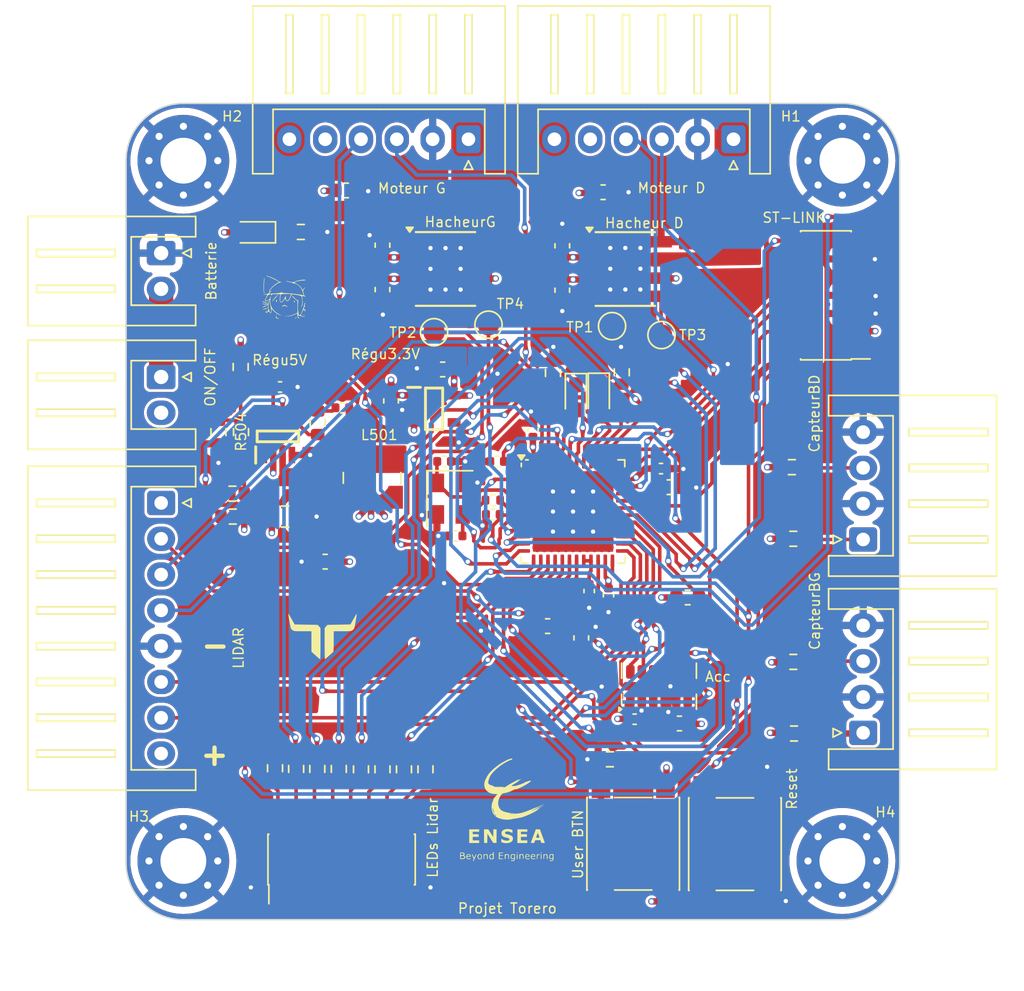
<source format=kicad_pcb>
(kicad_pcb (version 20240108) (generator "pcbnew") (generator_version "8.0")
  (layers (0 "F.Cu" signal) (1 "In1.Cu" signal) (2 "In2.Cu" signal) (31 "B.Cu" signal) (34 "B.Paste" user) (35 "F.Paste" user) (36 "B.SilkS" user "B.Silkscreen") (37 "F.SilkS" user "F.Silkscreen") (38 "B.Mask" user) (39 "F.Mask" user) (44 "Edge.Cuts" user))
  (net 0 "")
  (net 1 "GND")
  (net 2 "Net-(C201-Pad2)")
  (net 3 "NRST")
  (net 4 "+3.3V")
  (net 5 "7.2V")
  (net 6 "Net-(IC501-VCC)")
  (net 7 "Net-(C503-Pad1)")
  (net 8 "+5V")
  (net 9 "Net-(D201-K)")
  (net 10 "STATUS_LED")
  (net 11 "Net-(D202-K)")
  (net 12 "Net-(IC501-FB)")
  (net 13 "Net-(IC501-EN{slash}SYNC)")
  (net 14 "Net-(IC501-PG)")
  (net 15 "Net-(IC501-BST)")
  (net 17 "SWDIO")
  (net 18 "SWO")
  (net 20 "Net-(U201-PF0)")
  (net 22 "Net-(U201-PF1)")
  (net 24 "SWCLK")
  (net 25 "Net-(U201-VBAT)")
  (net 26 "Net-(J202-Pin_16)")
  (net 27 "Net-(J202-Pin_4)")
  (net 28 "Net-(J202-Pin_12)")
  (net 29 "Net-(J202-Pin_2)")
  (net 30 "Net-(J202-Pin_8)")
  (net 31 "Net-(J202-Pin_10)")
  (net 32 "Net-(J202-Pin_14)")
  (net 33 "/CAPTEURS/DEV_EN_LIDAR")
  (net 35 "/CAPTEURS/M_EN_LIDAR")
  (net 36 "/CAPTEURS/Tx_LIDAR")
  (net 37 "/CAPTEURS/Rx_LIDAR")
  (net 38 "/CAPTEURS/M_SCTR_LIDAR")
  (net 39 "/PUISSANCE/EncodeurB_Gauche")
  (net 40 "/PUISSANCE/EncodeurA_Gauche")
  (net 41 "/PUISSANCE/Moteur/Connecteur Moteur")
  (net 42 "/PUISSANCE/Moteur1/Connecteur Moteur")
  (net 43 "/PUISSANCE/EncodeurB_Droite")
  (net 44 "/PUISSANCE/EncodeurA_Droite")
  (net 45 "/PUISSANCE/Moteur/Commande moteur")
  (net 46 "VCP_RX")
  (net 47 "VCP_TX")
  (net 48 "LED_N")
  (net 49 "LED_E")
  (net 50 "LED_S")
  (net 51 "LED_W")
  (net 52 "LED_NE")
  (net 53 "LED_NW")
  (net 54 "LED_SE")
  (net 55 "LED_SW")
  (net 56 "Net-(R504-Pad1)")
  (net 57 "/CAPTEURS/ANALOG_OUTPUT_CAPT_BORD_G")
  (net 58 "Net-(QRD801-Pad3)")
  (net 59 "/CAPTEURS/ANALOG_OUTPUT_CAPT_BORD_D")
  (net 60 "Net-(QRD901-Pad3)")
  (net 62 "/PUISSANCE/REVG")
  (net 63 "/CAPTEURS/SCLK_ACC")
  (net 64 "/CAPTEURS/CS_ACC")
  (net 65 "/PUISSANCE/FWDD")
  (net 66 "/CAPTEURS/SDO_ACC")
  (net 67 "/CAPTEURS/INT1_ACC")
  (net 68 "/PUISSANCE/REVD")
  (net 69 "/CAPTEURS/SDI_ACC")
  (net 70 "/CAPTEURS/INT2_ACC")
  (net 71 "/PUISSANCE/FWDG")
  (net 76 "Net-(J202-Pin_6)")
  (net 77 "Net-(J501-Pin_2)")
  (net 78 "/STM32/USER_BTN")
  (net 79 "STATUS_LED_Debug")
  (net 80 "Net-(D1-K)")
  (net 81 "/PUISSANCE/Moteur1/Commande moteur")
  (net 82 "/ALIMENTATION/Sortie Régulateur 5V")
  (footprint "TestPoint:TestPoint_Pad_D1.5mm" (layer "F.Cu") (at 173.925 65.55)
    (property "Reference" "TP1")
    (property "Value" "TestPoint")
  )
  (footprint "Capacitor_SMD:C_0402_1005Metric" (layer "F.Cu") (at 168.4 72.8 90)
    (property "Reference" "C206" (hide yes))
    (property "Value" "100n")
  )
  (footprint "Resistor_SMD:R_0603_1608Metric" (layer "F.Cu") (at 152.2 58.975 180)
    (property "Reference" "R202" (hide yes))
    (property "Value" "120")
  )
  (footprint "Connector_JST:JST_XH_S6B-XH-A_1x06_P2.50mm_Horizontal" (layer "F.Cu") (at 182.4 52.5 180)
    (property "Reference" "Moteur D")
    (property "Value" "Conn_01x06" (hide yes))
  )
  (footprint "Resistor_SMD:R_0603_1608Metric" (layer "F.Cu") (at 186.575 89 180)
    (property "Reference" "R802" (hide yes))
    (property "Value" "15k3")
  )
  (footprint "Button_Switch_SMD:SW_Push_1P1T_NO_6x6mm_H9.5mm" (layer "F.Cu") (at 182.5 101.725 -90)
    (property "Reference" "Reset")
    (property "Value" "SW_Push" (hide yes))
  )
  (footprint "Connector_JST:JST_XH_S4B-XH-A_1x04_P2.50mm_Horizontal" (layer "F.Cu") (at 191.45 80.45 90)
    (property "Reference" "CapteurBD")
    (property "Value" "~")
  )
  (footprint "Capacitor_SMD:C_0603_1608Metric" (layer "F.Cu") (at 158.5 70.775 -90)
    (property "Reference" "C505" (hide yes))
    (property "Value" "1u")
  )
  (footprint "LED_SMD:LED_0603_1608Metric_Pad1.05x0.95mm_HandSolder" (layer "F.Cu") (at 148.775 59 180)
    (property "Reference" "D201" (hide yes))
    (property "Value" "Green")
  )
  (footprint "Capacitor_SMD:C_0603_1608Metric" (layer "F.Cu") (at 170.45 63.0425 90)
    (property "Reference" "C601" (hide yes))
    (property "Value" "1u")
  )
  (footprint "Capacitor_SMD:C_0603_1608Metric" (layer "F.Cu") (at 155.375 56.075 180)
    (property "Reference" "C703" (hide yes))
    (property "Value" "1u")
  )
  (footprint "Resistor_SMD:R_0603_1608Metric" (layer "F.Cu") (at 150.4 96.425 -90)
    (property "Reference" "R204" (hide yes))
    (property "Value" "1k")
  )
  (footprint "BU33:SOT95P280X125-5N" (layer "F.Cu") (at 161.5 71.325)
    (property "Reference" "Régu3.3V")
    (property "Value" "BU33SD5WG-TR" (hide yes))
  )
  (footprint "Capacitor_SMD:C_0603_1608Metric" (layer "F.Cu") (at 170.45 59.9425 90)
    (property "Reference" "C602" (hide yes))
    (property "Value" "10u")
  )
  (footprint "TestPoint:TestPoint_Pad_D1.5mm" (layer "F.Cu") (at 165.3 65.45)
    (property "Reference" "TP4")
    (property "Value" "TestPoint")
  )
  (footprint "Resistor_SMD:R_0603_1608Metric" (layer "F.Cu") (at 174.6 68.775 -90)
    (property "Reference" "R203" (hide yes))
    (property "Value" "140")
  )
  (footprint "Connector_JST:JST_XH_S2B-XH-A_1x02_P2.50mm_Horizontal" (layer "F.Cu") (at 142.45 69.1 -90)
    (property "Reference" "ON/OFF")
    (property "Value" "Conn_01x02")
  )
  (footprint "Capacitor_SMD:C_0603_1608Metric" (layer "F.Cu") (at 162.1 68.575)
    (property "Reference" "C506" (hide yes))
    (property "Value" "1u")
  )
  (footprint "Capacitor_SMD:C_0402_1005Metric" (layer "F.Cu") (at 173.675 84.345 -90)
    (property "Reference" "C208" (hide yes))
    (property "Value" "100n")
  )
  (footprint "Capacitor_SMD:C_0402_1005Metric" (layer "F.Cu") (at 150.75 69.8)
    (property "Reference" "C502" (hide yes))
    (property "Value" "100n")
  )
  (footprint "Package_LGA:LGA-14_3x5mm_P0.8mm_LayoutBorder1x6y" (layer "F.Cu") (at 177.2 90.7 90)
    (property "Reference" "Acc")
    (property "Value" "ADXL343")
  )
  (footprint "Mp:SOT65P280X100-8N" (layer "F.Cu") (at 150.6 73.25 90)
    (property "Reference" "Régu5V")
    (property "Value" "MP1475SGJ-P" (hide yes))
  )
  (footprint "Package_DFN_QFN:QFN-48-1EP_7x7mm_P0.5mm_EP5.6x5.6mm" (layer "F.Cu") (at 171.2 78.5)
    (property "Reference" "U201" (hide yes))
    (property "Value" "STM32G431CBUx")
  )
  (footprint "Resistor_SMD:R_0603_1608Metric" (layer "F.Cu") (at 173.775 95.8)
    (property "Reference" "10k201" (hide yes))
    (property "Value" "10k")
  )
  (footprint "MountingHole:MountingHole_3.2mm_M3_Pad_Via" (layer "F.Cu") (at 144.002944 53.997056)
    (property "Reference" "H2")
    (property "Value" "MountingHole_Pad" (hide yes))
  )
  (footprint "Resistor_SMD:R_0603_1608Metric" (layer "F.Cu") (at 157.9 96.5 -90)
    (property "Reference" "R209" (hide yes))
    (property "Value" "1k")
  )
  (footprint "Capacitor_SMD:C_0603_1608Metric" (layer "F.Cu") (at 153.9 82 180)
    (property "Reference" "C504" (hide yes))
    (property "Value" "47u")
  )
  (footprint "Resistor_SMD:R_0603_1608Metric" (layer "F.Cu") (at 186.575 80.4)
    (property "Reference" "R901" (hide yes))
    (property "Value" "300")
  )
  (footprint "Capacitor_SMD:C_0805_2012Metric" (layer "F.Cu") (at 151.1 78.85)
    (property "Reference" "C501" (hide yes))
    (property "Value" "22u")
  )
  (footprint "MountingHole:MountingHole_3.2mm_M3_Pad_Via" (layer "F.Cu") (at 190 54)
    (property "Reference" "H1")
    (property "Value" "MountingHole_Pad" (hide yes))
  )
  (footprint "Connector_JST:JST_XH_S2B-XH-A_1x02_P2.50mm_Horizontal" (layer "F.Cu") (at 142.45 60.45 -90)
    (property "Reference" "Batterie")
    (property "Value" "Conn_01x02" (hide yes))
  )
  (footprint "Resistor_SMD:R_0402_1005Metric" (layer "F.Cu") (at 165.6 77.7 180)
    (property "Reference" "R201" (hide yes))
    (property "Value" "10")
  )
  (footprint "Capacitor_SMD:C_0603_1608Metric" (layer "F.Cu") (at 173.3 56.2 180)
    (property "Reference" "C603" (hide yes))
    (property "Value" "1u")
  )
  (footprint "Resistor_SMD:R_0603_1608Metric" (layer "F.Cu") (at 147.45 78.85 180)
    (property "Reference" "R501" (hide yes))
    (property "Value" "100k")
  )
  (footprint "Button_Switch_SMD:SW_Push_1P1T_NO_6x6mm_H9.5mm" (layer "F.Cu") (at 175.4 101.7 90)
    (property "Reference" "SW201" (hide yes))
    (property "Value" "SW_Push" (hide yes))
  )
  (footprint "Resistor_SMD:R_0603_1608Metric" (layer "F.Cu") (at 153.375 72.3 -90)
    (property "Reference" "R503" (hide yes))
    (property "Value" "20")
  )
  (footprint "Resistor_SMD:R_0603_1608Metric" (layer "F.Cu") (at 154.85 96.475 -90)
    (property "Reference" "R207" (hide yes))
    (property "Value" "1k")
  )
  (footprint "Graphic:logo_Ensea" (layer "F.Cu") (at 166.575 99.35)
    (property "Reference" "G***" (hide yes))
    (property "Value" "LOGO" (hide yes))
  )
  (footprint "Inductor_SMD:L_Wuerth_WE-TPC-3816" (layer "F.Cu") (at 157.175 76.15)
    (property "Reference" "L501")
    (property "Value" "4u7")
  )
  (footprint "Capacitor_SMD:C_0402_1005Metric" (layer "F.Cu") (at 155.095 71.25)
    (property "Reference" "C503" (hide yes))
    (property "Value" "100n")
  )
  (footprint "Resistor_SMD:R_0603_1608Metric" (layer "F.Cu") (at 148 68.4 -90)
    (property "Reference" "R505" (hide yes))
    (property "Value" "40k2")
  )
  (footprint "Capacitor_SMD:C_0402_1005Metric" (layer "F.Cu") (at 177.34 75.5)
    (property "Reference" "C207" (hide yes))
    (property "Value" "100n")
  )
  (footprint "Resistor_SMD:R_0603_1608Metric" (layer "F.Cu") (at 146.45 72.95 -90)
    (property "Reference" "R506" (hide yes))
    (property "Value" "7k68")
  )
  (footprint "Resistor_SMD:R_0603_1608Metric" (layer "F.Cu") (at 156.4 96.5 -90)
    (property "Reference" "R208" (hide yes))
    (property "Value" "1k")
  )
  (footprint "TestPoint:TestPoint_Pad_D1.5mm" (layer "F.Cu") (at 177.375 66.175)
    (property "Reference" "TP3")
    (property "Value" "TestPoint")
  )
  (footprint "Connector_PinHeader_1.27mm:PinHeader_2x07_P1.27mm_Vertical_SMD" (layer "F.Cu") (at 188.85 63.4 180)
    (property "Reference" "ST-LINK")
    (property "Value" "Conn_02x07_Odd_Even" (hide yes))
  )
  (footprint "Capacitor_SMD:C_0402_1005Metric" (layer "F.Cu") (at 162.2 75)
    (property "Reference" "C202" (hide yes))
    (property "Value" "20p")
  )
  (footprint "Resistor_SMD:R_0603_1608Metric" (layer "F.Cu") (at 159.4 96.5 -90)
    (property "Reference" "R210" (hide yes))
    (property "Value" "1k")
  )
  (footprint "Resistor_SMD:R_0603_1608Metric" (layer "F.Cu") (at 148.025 72.95 -90)
    (property "Reference" "R504")
    (property "Value" "16k")
  )
  (footprint "Capacitor_SMD:C_0603_1608Metric" (layer "F.Cu") (at 178.625 93.3 180)
    (property "Reference" "C401" (hide yes))
    (property "Value" "1u")
  )
  (footprint "Package_SO:Diodes_SO-8EP" (layer "F.Cu") (at 174.8475 61.5625)
    (property "Reference" "Hacheur D")
    (property "Value" "ZXBM5210-SP" (hide yes))
  )
  (footprint "Resistor_SMD:R_0603_1608Metric" (layer "F.Cu") (at 186.625 94)
    (property "Reference" "R801" (hide yes))
    (property "Value" "300")
  )
  (footprint "Connector_JST:JST_XH_S8B-XH-A_1x08_P2.50mm_Horizontal" (layer "F.Cu") (at 142.45 77.9 -90)
    (property "Reference" "LIDAR")
    (property "Value" "Conn_01x08")
  )
  (footprint "MountingHole:MountingHole_3.2mm_M3_Pad_Via" (layer "F.Cu") (at 144 102.9)
    (property "Reference" "H3")
    (property "Value" "MountingHole_Pad" (hide yes))
  )
  (footprint "Capacitor_SMD:C_0603_1608Metric" (layer "F.Cu") (at 157.9 63 90)
    (property "Reference" "C701" (hide yes))
    (property "Value" "1u")
  )
  (footprint "Package_SO:Diodes_SO-8EP" (layer "F.Cu") (at 162.3 61.5575)
    (property "Reference" "HacheurG")
    (property "Value" "ZXBM5210-SP" (hide yes))
  )
  (footprint "LED_SMD:LED_0603_1608Metric_Pad1.05x0.95mm_HandSolder" (layer "F.Cu") (at 173 70.5 -90)
    (property "Reference" "D202" (hide yes))
    (property "Value" "Red" (hide yes))
  )
  (footprint "Capacitor_SMD:C_0603_1608Metric" (layer "F.Cu") (at 169.425 86.5)
    (property "Reference" "C205" (hide yes))
    (property "Value" "1u")
  )
  (footprint "Resistor_SMD:R_0603_1608Metric" (layer "F.Cu") (at 151.875 96.475 -90)
    (property "Reference" "R205" (hide yes))
    (property "Value" "1k")
  )
  (footprint "Capacitor_SMD:C_0402_1005Metric" (layer "F.Cu") (at 165.6 78.7 180)
    (property "Reference" "C203" (hide yes))
    (property "Value" "100n")
  )
  (footprint "Connector_JST:JST_XH_S4B-XH-A_1x04_P2.50mm_Horizontal" (layer "F.Cu") (at 191.45 93.95 90)
    (property "Reference" "CapteurBG")
    (property "Value" "~")
  )
  (footprint "Inductor_SMD:L_0603_1608Metric" (layer "F.Cu") (at 179.2 84.5)
    (property "Reference" "L202" (hide yes))
    (property "Value" "L")
  )
  (footprint "Capacitor_SMD:C_0402_1005Metric" (layer "F.Cu") (at 172.325 84.05 -90)
    (property "Reference" "C211" (hide yes))
    (property "Value" "10n")
  )
  (footprint "Capacitor_SMD:C_0402_1005Metric" (layer "F.Cu") (at 165.9 75 180)
    (property "Reference" "C204" (hide yes))
    (property "Value" "100n")
  )
  (footprint "Resistor_SMD:R_0603_1608Metric" (layer "F.Cu") (at 147.425 77.25)
    (property "Reference" "R502" (hide yes))
    (property "Value" "100k")
  )
  (footprint "Resistor_SMD:R_0603_1608Metric" (layer "F.Cu") (at 153.35 96.475 -90)
    (property "Reference" "R206" (hide yes))
    (property "Value" "1k")
  )
  (footprint "Resistor_SMD:R_0603_1608Metric" (layer "F.Cu") (at 169.8 68.825 -90)
    (property "Reference" "R314" (hide yes))
    (property "Value" "140")
  )
  (footprint "Resistor_SMD:R_0603_1608Metric" (layer "F.Cu") (at 186.475 75.4 180)
    (property "Reference" "R902" (hide yes))
    (property "Value" "15k3")
  )
  (footprint "Graphic:logo_taureau" (layer "F.Cu") (at 153.775 87.35)
    (property "Reference" "G***" (hide yes))
    (property "Value" "LOGO" (hide yes))
  )
  (footprint "MountingHole:MountingHole_3.2mm_M3_Pad_Via" (layer "F.Cu") (at 190 102.9 180)
    (property "Reference" "H4")
    (property "Value" "MountingHole_Pad" (hide yes))
  )
  (footprint "Connector_PinHeader_1.27mm:PinHeader_2x08_P1.27mm_Vertical_SMD" (layer "F.Cu") (at 155.045 102.8 90)
    (property "Reference" "LEDs Lidar")
    (property "Value" "Conn_02x08_Odd_Even" (hide yes))
  )
  (footprint "Graphic:Logo_Niko" (layer "F.Cu") (at 151.025 63.525)
    (property "Reference" "G***" (hide yes))
    (property "Value" "LOGO" (hide yes))
  )
  (footprint "TestPoint:TestPoint_Pad_D1.5mm" (layer "F.Cu") (at 161.5 65.975)
    (property "Reference" "TP2")
    (property "Value" "TestPoint")
  )
  (footprint "Capacitor_SMD:C_0402_1005Metric" (layer "F.Cu") (at 163 80.2)
    (property "Reference" "C201" (hide yes))
    (property "Value" "20p")
  )
  (footprint "LED_SMD:LED_0603_1608Metric_Pad1.05x0.95mm_HandSolder" (layer "F.Cu") (at 171.4 70.525 -90)
    (property "Reference" "D1" (hide yes))
    (property "Value" "Red")
  )
  (footprint "Resistor_SMD:R_0603_1608Metric" (layer "F.Cu") (at 160.9 96.5 -90)
    (property "Reference" "R211" (hide yes))
    (property "Value" "1k")
  )
  (footprint "Connector_JST:JST_XH_S6B-XH-A_1x06_P2.50mm_Horizontal" (layer "F.Cu") (at 163.9 52.5 180)
    (property "Reference" "Moteur G")
    (property "Value" "Conn_01x06" (hide yes))
  )
  (footprint "Capacitor_SMD:C_0603_1608Metric" (layer "F.Cu") (at 171.775 87.325 90)
    (property "Reference" "C210" (hide yes))
    (property "Value" "1u")
  )
  (footprint "Capacitor_SMD:C_0402_1005Metric" (layer "F.Cu") (at 175.5 93 180)
    (property "Reference" "C402" (hide yes))
    (property "Value" "100n")
  )
  (footprint "Capacitor_SMD:C_0603_1608Metric" (layer "F.Cu") (at 157.9 59.9 90)
    (property "Reference" "C702" (hide yes))
    (property "Value" "10u")
  )
  (footprint "Crystal:Crystal_SMD_EuroQuartz_MT-4Pin_3.2x2.5mm" (layer "F.Cu") (at 162.6 77.6 -90)
    (property "Reference" "Y201" (hide yes))
    (property "Value" "Crystal_GND24_Small")
  )
  (footprint "Capacitor_SMD:C_0603_1608Metric" (layer "F.Cu") (at 177.915 76.8)
    (property "Reference" "C209" (hide yes))
    (property "Value" "4n7")
  )
  (gr_line (start 144 107) (end 190 107) (stroke (width 0.1)) (layer "Edge.Cuts"))
  (gr_arc (start 190 50) (mid 192.828427 51.171573) (end 194 54) (stroke (width 0.1)) (layer "Edge.Cuts"))
  (gr_arc (start 140 54) (mid 141.171573 51.171573) (end 144 50) (stroke (width 0.1)) (layer "Edge.Cuts"))
  (gr_arc (start 144 107) (mid 141.171573 105.828427) (end 140 103) (stroke (width 0.1)) (layer "Edge.Cuts"))
  (gr_line (start 194 103) (end 194 54) (stroke (width 0.1)) (layer "Edge.Cuts"))
  (gr_line (start 140 54) (end 140 103) (stroke (width 0.1)) (layer "Edge.Cuts"))
  (gr_line (start 190 50) (end 144 50) (stroke (width 0.1)) (layer "Edge.Cuts"))
  (gr_arc (start 194 103) (mid 192.828427 105.828427) (end 190 107) (stroke (width 0.1)) (layer "Edge.Cuts"))
  (gr_text "Projet Torero\n" (at 163.1 106.625 0) (layer "F.SilkS") (effects (font (size 0.7 0.7) (thickness 0.1)) (justify left bottom)))
  (gr_text "+" (at 145.05 96.325 0) (layer "F.SilkS") (effects (font (size 1.5 1.5) (thickness 0.3) (bold yes)) (justify left bottom)))
  (gr_text "-" (at 145.1 88.7 0) (layer "F.SilkS") (effects (font (size 1.5 1.5) (thickness 0.3) (bold yes)) (justify left bottom)))
  (gr_text "User BTN" (at 171.95 104.225 90) (layer "F.SilkS") (effects (font (size 0.7 0.7) (thickness 0.1)) (justify left bottom)))
  (segment (start 176.503836 90.703836) (end 176 91.207672) (width 0.45) (layer "F.Cu") (net 1))
  (segment (start 170.45 58.4) (end 170.45 59.1325) (width 0.45) (layer "F.Cu") (net 1))
  (segment (start 176.8 90.407672) (end 176.503836 90.703836) (width 0.45) (layer "F.Cu") (net 1))
  (segment (start 186.05 105.7) (end 184.775 105.7) (width 0.45) (layer "F.Cu") (net 1))
  (segment (start 157.925 64.75) (end 157.925 63.76) (width 0.45) (layer "F.Cu") (net 1))
  (segment (start 172.775 86.55) (end 171.85 86.55) (width 0.45) (layer "F.Cu") (net 1))
  (segment (start 153.3 78.85) (end 152.025 78.85) (width 0.45) (layer "F.Cu") (net 1))
  (segment (start 177.85 93.3) (end 177.85 91.95) (width 0.45) (layer "F.Cu") (net 1))
  (segment (start 161.8 80.2) (end 162.525 80.2) (width 0.45) (layer "F.Cu") (net 1))
  (segment (start 154.05 58.975) (end 153.06 58.975) (width 0.45) (layer "F.Cu") (net 1))
  (segment (start 162.3 61.5575) (end 164.205 59.6525) (width 0.45) (layer "F.Cu") (net 1))
  (segment (start 178 90.7) (end 177.996164 90.703836) (width 0.45) (layer "F.Cu") (net 1))
  (segment (start 176.503836 90.703836) (end 177.996164 90.703836) (width 0.45) (layer "F.Cu") (net 1))
  (segment (start 177.84 75.525) (end 178.9 75.525) (width 0.45) (layer "F.Cu") (net 1))
  (segment (start 165.1 79.25) (end 165.1 78.675) (width 0.45) (layer "F.Cu") (net 1))
  (segment (start 174.8475 61.5625) (end 176.7525 59.6575) (width 0.45) (layer "F.Cu") (net 1))
  (segment (start 169.825 67) (end 169.825 67.99) (width 0.45) (layer "F.Cu") (net 1))
  (segment (start 156.9 56.125) (end 156.185 56.125) (width 0.45) (layer "F.Cu") (net 1))
  (segment (start 170.45 64.5) (end 170.45 63.8275) (width 0.45) (layer "F.Cu") (net 1))
  (segment (start 161.25 104.75) (end 148.7125 104.75) (width 0.45) (layer "F.Cu") (net 1))
  (segment (start 175.98 91.72) (end 176 91.7) (width 0.45) (layer "F.Cu") (net 1))
  (segment (start 146.45 75.1) (end 146.45 73.825) (width 0.45) (layer "F.Cu") (net 1))
  (segment (start 172.325 85.225) (end 172.325 84.5375) (width 0.45) (layer "F.Cu") (net 1))
  (segment (start 157 59.2) (end 157.01 59.19) (width 0.45) (layer "F.Cu") (net 1))
  (segment (start 170.2 86.5) (end 171.725 86.5) (width 0.25) (layer "F.Cu") (net 1))
  (segment (start 157.01 59.19) (end 157.9 59.19) (width 0.45) (layer "F.Cu") (net 1))
  (segment (start 177.85 91.95) (end 177.6 91.7) (width 0.45) (layer "F.Cu") (net 1))
  (segment (start 175.98 93) (end 175.98 91.72) (width 0.45) (layer "F.Cu") (net 1))
  (segment (start 164.875 79.475) (end 165.1 79.25) (width 0.45) (layer "F.Cu") (net 1))
  (segment (start 159.275 71.4) (end 159.07 71.605) (width 0.45) (layer "F.Cu") (net 1))
  (segment (start 174.55 67) (end 174.55 67.99) (width 0.45) (layer "F.Cu") (net 1))
  (segment (start 160.65 78.75) (end 161.6 78.75) (width 0.45) (layer "F.Cu") (net 1))
  (segment (start 168.375 72.325) (end 168.375 71.625) (width 0.45) (layer "F.Cu") (net 1))
  (segment (start 168.375 71.625) (end 168.263174 71.513174) (width 0.45) (layer "F.Cu") (net 1))
  (segment (start 178.74 76.825) (end 179.8 76.825) (width 0.45) (layer "F.Cu") (net 1))
  (segment (start 177.6 91.7) (end 178.4 91.7) (width 0.45) (layer "F.Cu") (net 1))
  (segment (start 176 92.42) (end 176 93.06) (width 0.45) (layer "F.Cu") (net 1))
  (segment (start 175.075 56.2) (end 174.085 56.2) (width 0.45) (layer "F.Cu") (net 1))
  (segment (start 160.3 68.5) (end 161.395 68.5) (width 0.45) (layer "F.Cu") (net 1))
  (segment (start 173.675 85.525) (end 173.675 84.85) (width 0.45) (layer "F.Cu") (net 1))
  (segment (start 172.2 95.8) (end 172.965 95.8) (width 0.45) (layer "F.Cu") (net 1))
  (segment (start 152.85 74.55) (end 151.575 74.55) (width 0.45) (layer "F.Cu") (net 1))
  (segment (start 175.98 92.4) (end 176 92.42) (width 0.45) (layer "F.Cu") (net 1))
  (segment (start 177.85 92.5) (end 177.85 93.36) (width 0.45) (layer "F.Cu") (net 1))
  (segment (start 171.725 86.5) (end 171.775 86.55) (width 0.25) (layer "F.Cu") (net 1))
  (segment (start 176 91.207672) (end 176 91.7) (width 0.45) (layer "F.Cu") (net 1))
  (segment (start 164.205 59.6525) (end 164.7975 59.6525) (width 0.45) (layer "F.Cu") (net 1))
  (segment (start 176.7525 59.6575) (end 177.345 59.6575) (width 0.45) (layer "F.Cu") (net 1))
  (segment (start 176.8 89.7) (end 176.8 90.407672) (width 0.45) (layer "F.Cu") (net 1))
  (segment (start 151.975 69.8) (end 151.205 69.8) (width 0.45) (layer "F.Cu") (net 1))
  (segment (start 159.07 71.605) (end 158.5 71.605) (width 0.45) (layer "F.Cu") (net 1))
  (segment (start 164.525 76.475) (end 163.535 76.475) (width 0.45) (layer "F.Cu") (net 1))
  (segment (start 152.25 82) (end 153.125 82) (width 0.45) (layer "F.Cu") (net 1))
  (segment (start 192.315 64.67) (end 192.32 64.675) (width 0.25) (layer "F.Cu") (net 1))
  (segment (start 163.675 75) (end 162.685 75) (width 0.45) (layer "F.Cu") (net 1))
  (via (at 165.925 68.875) (size 0.45) (drill 0.3) (layers "F.Cu" "B.Cu") (net 1))
  (via (at 172.2 95.8) (size 0.45) (drill 0.3) (layers "F.Cu" "B.Cu") (net 1))
  (via (at 171.2 78.5) (size 0.45) (drill 0.3) (layers "F.Cu" "B.Cu") (net 1))
  (via (at 163.675 75) (size 0.45) (drill 0.3) (layers "F.Cu" "B.Cu") (net 1))
  (via (at 161.25 104.75) (size 0.45) (drill 0.3) (layers "F.Cu" "B.Cu") (net 1))
  (via (at 171.2 79.9) (size 0.45) (drill 0.3) (layers "F.Cu" "B.Cu") (net 1))
  (via (at 163.35 63) (size 0.45) (drill 0.3) (layers "F.Cu" "B.Cu") (net 1))
  (via (at 171.2 77.1) (size 0.45) (drill 0.3) (layers "F.Cu" "B.Cu") (net 1))
  (via (at 164.775 86.825) (size 0.45) (drill 0.3) (layers "F.Cu" "B.Cu") (net 1))
  (via (at 160.3 68.5) (size 0.45) (drill 0.3) (layers "F.Cu" "B.Cu") (net 1))
  (via (at 175.98 92.4) (size 0.45) (drill 0.3) (layers "F.Cu" "B.Cu") (net 1))
  (via (at 162.3 63) (size 0.45) (drill 0.3) (layers "F.Cu" "B.Cu") (net 1))
  (via (at 174.85 62.9925) (size 0.45) (drill 0.3) (layers "F.Cu" "B.Cu") (net 1))
  (via (at 173.8 60.0925) (size 0.45) (drill 0.3) (layers "F.Cu" "B.Cu") (net 1))
  (via (at 153.3 78.85) (size 0.45) (drill 0.3) (layers "F.Cu" "B.Cu") (net 1))
  (via (at 172.6 79.9) (size 0.45) (drill 0.3) (layers "F.Cu" "B.Cu") (net 1))
  (via (at 172.6 77.1) (size 0.45) (drill 0.3) (layers "F.Cu" "B.Cu") (net 1))
  (via (at 175.9 60.0925) (size 0.45) (drill 0.3) (layers "F.Cu" "B.Cu") (net 1))
  (via (at 182 68.2) (size 0.45) (drill 0.3) (layers "F.Cu" "B.Cu") (net 1))
  (via (at 154.05 58.975) (size 0.45) (drill 0.3) (layers "F.Cu" "B.Cu") (net 1))
  (via (at 164.525 76.475) (size 0.45) (drill 0.3) (layers "F.Cu" "B.Cu") (net 1))
  (via (at 173.2 90.725) (size 0.45) (drill 0.3) (layers "F.Cu" "B.Cu") (net 1))
  (via (at 157.925 64.75) (size 0.45) (drill 0.3) (layers "F.Cu" "B.Cu") (net 1))
  (via (at 163.225 73.675) (size 0.45) (drill 0.3) (layers "F.Cu" "B.Cu") (net 1))
  (via (at 157 59.2) (size 0.45) (drill 0.3) (layers "F.Cu" "B.Cu") (net 1))
  (via (at 170.45 64.5) (size 0.45) (drill 0.3) (layers "F.Cu" "B.Cu") (net 1))
  (via (at 172.6 78.5) (size 0.45) (drill 0.3) (layers "F.Cu" "B.Cu") (net 1))
  (via (at 146.45 75.1) (size 0.45) (drill 0.3) (layers "F.Cu" "B.Cu") (net 1))
  (via (at 160.65 78.75) (size 0.45) (drill 0.3) (layers "F.Cu" "B.Cu") (net 1))
  (via (at 168.263174 71.513174) (size 0.45) (drill 0.3) (layers "F.Cu" "B.Cu") (net 1))
  (via (at 172.325 85.225) (size 0.45) (drill 0.3) (layers "F.Cu" "B.Cu") (net 1))
  (via (at 177.996164 90.703836) (size 0.45) (drill 0.3) (layers "F.Cu" "B.Cu") (net 1))
  (via (at 163.35 61.55) (size 0.45) (drill 0.3) (layers "F.Cu" "B.Cu") (net 1))
  (via (at 170.45 58.4) (size 0.45) (drill 0.3) (layers "F.Cu" "B.Cu") (net 1))
  (via (at 175.075 56.2) (size 0.45) (drill 0.3) (layers "F.Cu" "B.Cu") (net 1))
  (via (at 169.825 67) (size 0.45) (drill 0.3) (layers "F.Cu" "B.Cu") (net 1))
  (via (at 151.975 69.8) (size 0.45) (drill 0.3) (layers "F.Cu" "B.Cu") (net 1))
  (via (at 179.8 76.825) (size 0.45) (drill 0.3) (layers "F.Cu" "B.Cu") (net 1))
  (via (at 174.55 67) (size 0.45) (drill 0.3) (layers "F.Cu" "B.Cu") (net 1))
  (via (at 175.9 61.5425) (size 0.45) (drill 0.3) (layers "F.Cu" "B.Cu") (net 1))
  (via (at 161.25 60.1) (size 0.45) (drill 0.3) (layers "F.Cu" "B.Cu") (net 1))
  (via (at 162.2 83.5) (size 0.45) (drill 0.3) (layers "F.Cu" "B.Cu") (net 1))
  (via (at 174.85 60.0925) (size 0.45) (drill 0.3) (layers "F.Cu" "B.Cu") (net 1))
  (via (at 162.3 60.1) (size 0.45) (drill 0.3) (layers "F.Cu" "B.Cu") (net 1))
  (via (at 192.27 60.875) (size 0.45) (drill 0.3) (layers "F.Cu" "B.Cu") (net 1))
  (via (at 169.8 77.1) (size 0.45) (drill 0.3) (layers "F.Cu" "B.Cu") (net 1))
  (via (at 169.8 78.5) (size 0.45) (drill 0.3) (layers "F.Cu" "B.Cu") (net 1))
  (via (at 173.675 85.525) (size 0.45) (drill 0.3) (layers "F.Cu" "B.Cu") (net 1))
  (via (at 192.32 63.45) (size 0.45) (drill 0.3) (layers "F.Cu" "B.Cu") (net 1))
  (via (at 184.75 96.325) (size 0.45) (drill 0.3) (layers "F.Cu" "B.Cu") (net 1))
  (via (at 192.32 64.675) (size 0.45) (drill 0.3) (layers "F.Cu" "B.Cu") (net 1))
  (via (at 173.8 62.9925) (size 0.45) (drill 0.3) (layers "F.Cu" "B.Cu") (net 1))
  (via (at 172.775 86.55) (size 0.45) (drill 0.3) (layers "F.Cu" "B.Cu") (net 1))
  (via (at 161.8 80.2) (size 0.45) (drill 0.3) (layers "F.Cu" "B.Cu") (net 1))
  (via (at 152.25 82) (size 0.45) (drill 0.3) (layers "F.Cu" "B.Cu") (net 1))
  (via (at 177.85 92.5) (size 0.45) (drill 0.3) (layers "F.Cu" "B.Cu") (net 1))
  (via (at 161.25 63) (size 0.45) (drill 0.3) (layers "F.Cu" "B.Cu") (net 1))
  (via (at 164.875 79.475) (size 0.45) (drill 0.3) (layers "F.Cu" "B.Cu") (net 1))
  (via (at 186.05 105.7) (size 0.45) (drill 0.3) (layers "F.Cu" "B.Cu") (net 1))
  (via (at 148.7125 104.75) (size 0.45) (drill 0.3) (layers "F.Cu" "B.Cu") (net 1))
  (via (at 178.9 75.525) (size 0.45) (drill 0.3) (layers "F.Cu" "B.Cu") (net 1))
  (via (at 156.9 56.125) (size 0.45) (drill 0.3) (layers "F.Cu" "B.Cu") (net 1))
  (via (at 161.25 61.55) (size 0.45) (drill 0.3) (layers "F.Cu" "B.Cu") (net 1))
  (via (at 173.8 61.5425) (size 0.45) (drill 0.3) (layers "F.Cu" "B.Cu") (net 1))
  (via (at 169.8 79.9) (size 0.45) (drill 0.3) (layers "F.Cu" "B.Cu") (net 1))
  (via (at 152.85 74.55) (size 0.45) (drill 0.3) (layers "F.Cu" "B.Cu") (net 1))
  (via (at 163.35 60.1) (size 0.45) (drill 0.3) (layers "F.Cu" "B.Cu") (net 1))
  (via (at 159.275 71.4) (size 0.45) (drill 0.3) (layers "F.Cu" "B.Cu") (net 1))
  (via (at 175.9 62.9925) (size 0.45) (drill 0.3) (layers "F.Cu" "B.Cu") (net 1))
  (segment (start 164.09 78.7) (end 165.09 77.7) (width 0.25) (layer "F.Cu") (net 2))
  (segment (start 163.5 78.7) (end 163.5 80.18) (width 0.25) (layer "F.Cu") (net 2))
  (segment (start 163.5 80.18) (end 163.48 80.2) (width 0.25) (layer "F.Cu") (net 2))
  (segment (start 163.5 78.7) (end 164.09 78.7) (width 0.25) (layer "F.Cu") (net 2))
  (segment (start 180.25 105.675) (end 180.25 97.725) (width 0.45) (layer "F.Cu") (net 3))
  (segment (start 184.55 69.35) (end 184.55 73.975) (width 0.25) (layer "F.Cu") (net 3))
  (segment (start 166.13 78.75) (end 167.7625 78.75) (width 0.25) (layer "F.Cu") (net 3))
  (segment (start 166.08 78.7) (end 166.13 78.75) (width 0.25) (layer "F.Cu") (net 3))
  (segment (start 165.6 79.489999) (end 166.08 79.009999) (width 0.25) (layer "F.Cu") (net 3))
  (segment (start 165.475 80.375) (end 165.6 80.25) (width 0.25) (layer "F.Cu") (net 3))
  (segment (start 165.6 80.25) (end 165.6 79.489999) (width 0.25) (layer "F.Cu") (net 3))
  (segment (start 185.995 67.905) (end 184.55 69.35) (width 0.25) (layer "F.Cu") (net 3))
  (segment (start 184.55 73.975) (end 183.45 75.075) (width 0.25) (layer "F.Cu") (net 3))
  (segment (start 188.425 67.905) (end 185.995 67.905) (width 0.25) (layer "F.Cu") (net 3))
  (segment (start 181.2 96.05) (end 180.25 97) (width 0.25) (layer "F.Cu") (net 3))
  (segment (start 183.45 90.4) (end 183.45 85.825) (width 0.25) (layer "F.Cu") (net 3))
  (segment (start 180.25 97) (end 180.25 97.725) (width 0.25) (layer "F.Cu") (net 3))
  (segment (start 186.9 60.86) (end 187.73 60.86) (width 0.25) (layer "F.Cu") (net 3))
  (segment (start 188.425 61.555) (end 188.425 67.905) (width 0.25) (layer "F.Cu") (net 3))
  (segment (start 183.45 75.075) (end 183.45 85.825) (width 0.25) (layer "F.Cu") (net 3))
  (segment (start 166.08 79.009999) (end 166.08 78.7) (width 0.25) (layer "F.Cu") (net 3))
  (segment (start 165.475 80.475) (end 165.475 80.375) (width 0.25) (layer "F.Cu") (net 3))
  (segment (start 187.73 60.86) (end 188.425 61.555) (width 0.25) (layer "F.Cu") (net 3))
  (via (at 183.45 90.4) (size 0.45) (drill 0.3) (layers "F.Cu" "B.Cu") (net 3))
  (via (at 165.475 80.475) (size 0.45) (drill 0.3) (layers "F.Cu" "B.Cu") (net 3))
  (via (at 181.2 96.05) (size 0.45) (drill 0.3) (layers "F.Cu" "B.Cu") (net 3))
  (via (at 183.45 85.825) (size 0.45) (drill 0.3) (layers "F.Cu" "B.Cu") (net 3))
  (segment (start 173.452818 82.325) (end 174.627818 83.5) (width 0.25) (layer "B.Cu") (net 3))
  (segment (start 183.275 93.975) (end 181.2 96.05) (width 0.25) (layer "B.Cu") (net 3))
  (segment (start 165.475 80.475) (end 167.325 82.325) (width 0.25) (layer "B.Cu") (net 3))
  (segment (start 181.125 83.5) (end 183.45 85.825) (width 0.25) (layer "B.Cu") (net 3))
  (segment (start 183.45 90.4) (end 183.275 90.575) (width 0.25) (layer "B.Cu") (net 3))
  (segment (start 174.627818 83.5) (end 181.125 83.5) (width 0.25) (layer "B.Cu") (net 3))
  (segment (start 183.275 90.575) (end 183.275 93.975) (width 0.25) (layer "B.Cu") (net 3))
  (segment (start 167.325 82.325) (end 173.452818 82.325) (width 0.25) (layer "B.Cu") (net 3))
  (segment (start 174.3 92.975) (end 174.995 92.975) (width 0.45) (layer "F.Cu") (net 4))
  (segment (start 175.60931 76.11862) (end 176.22793 75.5) (width 0.45) (layer "F.Cu") (net 4))
  (segment (start 192.3 65.9) (end 190.84 65.9) (width 0.45) (layer "F.Cu") (net 4))
  (segment (start 162.9 70.375) (end 162.9 68.6) (width 0.45) (layer "F.Cu") (net 4))
  (segment (start 176.86 75.5) (end 176.86 75.809999) (width 0.45) (layer "F.Cu") (net 4))
  (segment (start 176.22793 75.5) (end 176.86 75.5) (width 0.45) (layer "F.Cu") (net 4))
  (segment (start 162.905 69.395) (end 162.905 68.6) (width 0.45) (layer "F.Cu") (net 4))
  (segment (start 168.4 74) (end 168.4 73.28) (width 0.45) (layer "F.Cu") (net 4))
  (segment (start 146.85 59) (end 147.9 59) (width 0.45) (layer "F.Cu") (net 4))
  (segment (start 162.926409 70.401409) (end 162.9 70.375) (width 0.45) (layer "F.Cu") (net 4))
  (segment (start 175.47793 76.25) (end 174.6375 76.25) (width 0.25) (layer "F.Cu") (net 4))
  (segment (start 173.45 83.1) (end 173.675 83.325) (width 0.25) (layer "F.Cu") (net 4))
  (segment (start 179.2 93.1) (end 179.2 91.7) (width 0.45) (layer "F.Cu") (net 4))
  (segment (start 171.6 56.25) (end 172.625 56.25) (width 0.45) (layer "F.Cu") (net 4))
  (segment (start 177.725 96.37) (end 177.725 97.8) (width 0.45) (layer "F.Cu") (net 4))
  (segment (start 176.86 75.809999) (end 177.14 76.089999) (width 0.45) (layer "F.Cu") (net 4))
  (segment (start 168.45 74.05) (end 168.4 74) (width 0.25) (layer "F.Cu") (net 4))
  (segment (start 175.02 93) (end 175.02 91.88) (width 0.45) (layer "F.Cu") (net 4))
  (segment (start 190.84 65.9) (end 190.8 65.94) (width 0.45) (layer "F.Cu") (net 4))
  (segment (start 179.425 93.325) (end 179.2 93.1) (width 0.45) (layer "F.Cu") (net 4))
  (segment (start 162.9 68.6) (end 162.875 68.575) (width 0.45) (layer "F.Cu") (net 4))
  (segment (start 176.675 105.725) (end 177.65 105.725) (width 0.45) (layer "F.Cu") (net 4))
  (segment (start 168.45 75.0625) (end 168.45 74.05) (width 0.25) (layer "F.Cu") (net 4))
  (segment (start 173.675 83.865) (end 173.675 83.325) (width 0.45) (layer "F.Cu") (net 4))
  (segment (start 173.45 81.9375) (end 173.45 83.1) (width 0.25) (layer "F.Cu") (net 4))
  (segment (start 164.001409 70.401409) (end 162.926409 70.401409) (width 0.45) (layer "F.Cu") (net 4))
  (segment (start 175.60931 76.11862) (end 175.47793 76.25) (width 0.25) (layer "F.Cu") (net 4))
  (segment (start 177.14 76.089999) (end 177.14 76.8) (width 0.45) (layer "F.Cu") (net 4))
  (segment (start 185.05 89.025) (end 185.725 89.025) (width 0.45) (layer "F.Cu") (net 4))
  (segment (start 175.02 91.88) (end 175.2 91.7) (width 0.45) (layer "F.Cu") (net 4))
  (segment (start 184.95 93.95) (end 185.85 93.95) (width 0.45) (layer "F.Cu") (net 4))
  (segment (start 162.9 69.4) (end 162.905 69.395) (width 0.45) (layer "F.Cu") (net 4))
  (segment (start 185.63 80.4) (end 184.95 80.4) (width 0.45) (layer "F.Cu") (net 4))
  (segment (start 153.8 56.1) (end 154.6 56.1) (width 0.45) (layer "F.Cu") (net 4))
  (segment (start 174.995 92.975) (end 175.02 93) (width 0.45) (layer "F.Cu") (net 4))
  (segment (start 180.175 93.325) (end 179.425 93.325) (width 0.45) (layer "F.Cu") (net 4))
  (segment (start 178.43 84.5) (end 177.37 84.5) (width 0.45) (layer "F.Cu") (net 4))
  (segment (start 184.75 75.4) (end 185.65 75.4) (width 0.45) (layer "F.Cu") (net 4))
  (via (at 184.75 75.4) (size 0.45) (drill 0.3) (layers "F.Cu" "B.Cu") (net 4))
  (via (at 171.6 56.25) (size 0.45) (drill 0.3) (layers "F.Cu" "B.Cu") (net 4))
  (via (at 184.95 93.95) (size 0.45) (drill 0.3) (layers "F.Cu" "B.Cu") (net 4))
  (via (at 146.85 59) (size 0.45) (drill 0.3) (layers "F.Cu" "B.Cu") (net 4))
  (via (at 192.3 65.9) (size 0.45) (drill 0.3) (layers "F.Cu" "B.Cu") (net 4))
  (via (at 180.175 93.325) (size 0.45) (drill 0.3) (layers "F.Cu" "B.Cu") (net 4))
  (via (at 168.4 74) (size 0.45) (drill 0.3) (layers "F.Cu" "B.Cu") (net 4))
  (via (at 173.675 83.325) (size 0.45) (drill 0.3) (layers "F.Cu" "B.Cu") (net 4))
  (via (at 176.675 105.725) (size 0.45) (drill 0.3) (layers "F.Cu" "B.Cu") (net 4))
  (via (at 175.60931 76.11862) (size 0.45) (drill 0.3) (layers "F.Cu" "B.Cu") (net 4))
  (via (at 184.95 80.4) (size 0.45) (drill 0.3) (layers "F.Cu" "B.Cu") (net 4))
  (via (at 174.3 92.975) (size 0.45) (drill 0.3) (layers "F.Cu" "B.Cu") (net 4))
  (via (at 153.8 56.1) (size 0.45) (drill 0.3) (layers "F.Cu" "B.Cu") (net 4))
  (via (at 164.001409 70.401409) (size 0.45) (drill 0.3) (layers "F.Cu" "B.Cu") (net 4))
  (via (at 162.9 69.4) (size 0.45) (drill 0.3) (layers "F.Cu" "B.Cu") (net 4))
  (via (at 185.05 89.025) (size 0.45) (drill 0.3) (layers "F.Cu" "B.Cu") (net 4))
  (via (at 177.37 84.5) (size 0.45) (drill 0.3) (layers "F.Cu" "B.Cu") (net 4))
  (via (at 177.725 96.37) (size 0.45) (drill 0.3) (layers "F.Cu" "B.Cu") (net 4))
  (segment (start 150.275 75.825) (end 150.275 74.55) (width 0.45) (layer "F.Cu") (net 5))
  (segment (start 159.745 62.25) (end 159.8025 62.1925) (width 0.45) (layer "F.Cu") (net 5))
  (segment (start 171.2 60.7425) (end 172.165 60.7425) (width 0.45) (layer "F.Cu") (net 5))
  (segment (start 178.4 62.2175) (end 177.425 62.2175) (width 0.45) (layer "F.Cu") (net 5))
  (segment (start 170.475 62.2925) (end 172.255 62.2925) (width 0.45) (layer "F.Cu") (net 5))
  (segment (start 150.175 80) (end 150.175 78.875) (width 0.45) (layer "F.Cu") (net 5))
  (segment (start 170.45 62.2675) (end 170.475 62.2925) (width 0.45) (layer "F.Cu") (net 5))
  (segment (start 158.7 62.25) (end 157.9 62.25) (width 0.45) (layer "F.Cu") (net 5))
  (segment (start 157.975 60.75) (end 157.9 60.675) (width 0.45) (layer "F.Cu") (net 5))
  (segment (start 158.7 60.75) (end 157.975 60.75) (width 0.45) (layer "F.Cu") (net 5))
  (segment (start 172.165 60.7425) (end 172.35 60.9275) (width 0.45) (layer "F.Cu") (net 5))
  (segment (start 171.2 60.7425) (end 170.425 60.7425) (width 0.45) (layer "F.Cu") (net 5))
  (segment (start 159.8025 60.9225) (end 159.8025 62.1925) (width 0.45) (layer "F.Cu") (net 5))
  (segment (start 158.7 60.75) (end 159.63 60.75) (width 0.45) (layer "F.Cu") (net 5))
  (segment (start 148.25 79.775) (end 148.25 78.9) (width 0.45) (layer "F.Cu") (net 5))
  (segment (start 159.63 60.75) (end 159.8025 60.9225) (width 0.45) (layer "F.Cu") (net 5))
  (segment (start 165.8 62.225) (end 164.8 62.225) (width 0.45) (layer "F.Cu") (net 5))
  (segment (start 158.7 62.25) (end 159.745 62.25) (width 0.45) (layer "F.Cu") (net 5))
  (segment (start 172.35 62.1975) (end 172.35 60.9275) (width 0.45) (layer "F.Cu") (net 5))
  (segment (start 172.255 62.2925) (end 172.35 62.1975) (width 0.45) (layer "F.Cu") (net 5))
  (via (at 158.7 62.25) (size 0.45) (drill 0.3) (layers "F.Cu" "B.Cu") (net 5))
  (via (at 150.275 75.825) (size 0.45) (drill 0.3) (layers "F.Cu" "B.Cu") (net 5))
  (via (at 178.4 62.2175) (size 0.45) (drill 0.3) (layers "F.Cu" "B.Cu") (net 5))
  (via (at 158.7 60.75) (size 0.45) (drill 0.3) (layers "F.Cu" "B.Cu") (net 5))
  (via (at 165.8 62.225) (size 0.45) (drill 0.3) (layers "F.Cu" "B.Cu") (net 5))
  (via (at 150.175 80) (size 0.45) (drill 0.3) (layers "F.Cu" "B.Cu") (net 5))
  (via (at 171.2 60.7425) (size 0.45) (drill 0.3) (layers "F.Cu" "B.Cu") (net 5))
  (via (at 171.2 62.2925) (size 0.45) (drill 0.3) (layers "F.Cu" "B.Cu") (net 5))
  (via (at 148.25 79.775) (size 0.45) (drill 0.3) (layers "F.Cu" "B.Cu") (net 5))
  (segment (start 150.2 72.85) (end 150.275 72.775) (width 0.25) (layer "F.Cu") (net 6))
  (segment (start 150.275 72.775) (end 150.275 71.95) (width 0.25) (layer "F.Cu") (net 6))
  (segment (start 146.6 77.25) (end 146.6 76.675) (width 0.25) (layer "F.Cu") (net 6))
  (segment (start 150.27 71.945) (end 150.275 71.95) (width 0.25) (layer "F.Cu") (net 6))
  (segment (start 149.875 72.85) (end 150.2 72.85) (width 0.25) (layer "F.Cu") (net 6))
  (segment (start 149.075 73.65) (end 149.875 72.85) (width 0.25) (layer "F.Cu") (net 6))
  (segment (start 149.075 74.2) (end 149.075 73.65) (width 0.25) (layer "F.Cu") (net 6))
  (segment (start 146.6 76.675) (end 149.075 74.2) (width 0.25) (layer "F.Cu") (net 6))
  (segment (start 150.27 69.8) (end 150.27 71.945) (width 0.25) (layer "F.Cu") (net 6))
  (segment (start 154.39 71.475) (end 154.615 71.25) (width 0.25) (layer "F.Cu") (net 7))
  (segment (start 153.375 71.475) (end 154.39 71.475) (width 0.25) (layer "F.Cu") (net 7))
  (segment (start 158.05 78.85) (end 158.05 78.775) (width 0.45) (layer "F.Cu") (net 8))
  (segment (start 158.05 78.775) (end 157.175 77.9) (width 0.45) (layer "F.Cu") (net 8))
  (segment (start 148 66.5) (end 148 67.595) (width 0.45) (layer "F.Cu") (net 8))
  (segment (start 160.1 72.825) (end 160.1 72.305) (width 0.45) (layer "F.Cu") (net 8))
  (segment (start 154.675 82) (end 155.625 82) (width 0.45) (layer "F.Cu") (net 8))
  (segment (start 159.295 70.395) (end 160.1 70.395) (width 0.45) (layer "F.Cu") (net 8))
  (segment (start 157.1 77.9) (end 157.1 78.85) (width 0.45) (layer "F.Cu") (net 8))
  (segment (start 158.875 70.375) (end 158.5 70) (width 0.45) (layer "F.Cu") (net 8))
  (segment (start 160.1 70.375) (end 158.875 70.375) (width 0.45) (layer "F.Cu") (net 8))
  (segment (start 158.5 69.3) (end 158.5 69.995) (width 0.45) (layer "F.Cu") (net 8))
  (segment (start 156.25 78.85) (end 156.25 78.825) (width 0.45) (layer "F.Cu") (net 8))
  (segment (start 156.25 78.825) (end 157.175 77.9) (width 0.45) (layer "F.Cu") (net 8))
  (segment (start 159.275 70.375) (end 159.295 70.395) (width 0.45) (layer "F.Cu") (net 8))
  (via (at 158.05 78.85) (size 0.45) (drill 0.3) (layers "F.Cu" "B.Cu") (net 8))
  (via (at 155.625 82) (size 0.45) (drill 0.3) (layers "F.Cu" "B.Cu") (net 8))
  (via (at 160.1 72.825) (size 0.45) (drill 0.3) (layers "F.Cu" "B.Cu") (net 8))
  (via (at 158.5 69.3) (size 0.45) (drill 0.3) (layers "F.Cu" "B.Cu") (net 8))
  (via (at 156.25 78.85) (size 0.45) (drill 0.3) (layers "F.Cu" "B.Cu") (net 8))
  (via (at 148 66.5) (size 0.45) (drill 0.3) (layers "F.Cu" "B.Cu") (net 8))
  (via (at 157.1 78.85) (size 0.45) (drill 0.3) (layers "F.Cu" "B.Cu") (net 8))
  (via (at 159.275 70.375) (size 0.45) (drill 0.3) (layers "F.Cu" "B.Cu") (net 8))
  (segment (start 149.675 58.975) (end 149.65 59) (width 0.45) (layer "F.Cu") (net 9))
  (segment (start 151.375 58.975) (end 149.675 58.975) (width 0.45) (layer "F.Cu") (net 9))
  (segment (start 174.55 72.691422) (end 174.55 71.95) (width 0.25) (layer "F.Cu") (net 10))
  (segment (start 173.975 71.375) (end 173 71.375) (width 0.25) (layer "F.Cu") (net 10))
  (segment (start 172.95 75.0625) (end 172.95 74.291422) (width 0.25) (layer "F.Cu") (net 10))
  (segment (start 172.95 74.291422) (end 174.55 72.691422) (width 0.25) (layer "F.Cu") (net 10))
  (segment (start 174.55 71.95) (end 173.975 71.375) (width 0.25) (layer "F.Cu") (net 10))
  (segment (start 173 69.625) (end 174.575 69.625) (width 0.25) (layer "F.Cu") (net 11))
  (segment (start 174.575 69.625) (end 174.6 69.6) (width 0.25) (layer "F.Cu") (net 11))
  (segment (start 148.025 73.775) (end 148.025 73.55) (width 0.25) (layer "F.Cu") (net 12))
  (segment (start 148.025 73.55) (end 149.625 71.95) (width 0.25) (layer "F.Cu") (net 12))
  (segment (start 145.55 77.775) (end 145.55 76.225) (width 0.25) (layer "F.Cu") (net 13))
  (segment (start 146.625 78.85) (end 145.55 77.775) (width 0.25) (layer "F.Cu") (net 13))
  (segment (start 150.925 70.725) (end 150.925 71.95) (width 0.25) (layer "F.Cu") (net 13))
  (via (at 150.925 70.725) (size 0.45) (drill 0.3) (layers "F.Cu" "B.Cu") (net 13))
  (via (at 145.55 76.225) (size 0.45) (drill 0.3) (layers "F.Cu" "B.Cu") (net 13))
  (segment (start 145.55 76.225) (end 145.55 73.975) (width 0.25) (layer "B.Cu") (net 13))
  (segment (start 148.8 70.725) (end 150.925 70.725) (width 0.25) (layer "B.Cu") (net 13))
  (segment (start 145.55 73.975) (end 148.8 70.725) (width 0.25) (layer "B.Cu") (net 13))
  (segment (start 148.25 75.925) (end 149.625 74.55) (width 0.25) (layer "F.Cu") (net 14))
  (segment (start 148.25 77.25) (end 148.25 75.925) (width 0.25) (layer "F.Cu") (net 14))
  (segment (start 153.375 73.125) (end 152.75 73.125) (width 0.25) (layer "F.Cu") (net 15))
  (segment (start 152.75 73.125) (end 151.575 71.95) (width 0.25) (layer "F.Cu") (net 15))
  (segment (start 177.634925 74.65) (end 184.2 68.084925) (width 0.25) (layer "F.Cu") (net 17))
  (segment (start 176.300112 74.65) (end 177.634925 74.65) (width 0.25) (layer "F.Cu") (net 17))
  (segment (start 184.2 66.5) (end 184.76 65.94) (width 0.25) (layer "F.Cu") (net 17))
  (segment (start 175.200112 75.75) (end 176.300112 74.65) (width 0.25) (layer "F.Cu") (net 17))
  (segment (start 174.6375 75.75) (end 175.200112 75.75) (width 0.25) (layer "F.Cu") (net 17))
  (segment (start 184.2 68.084925) (end 184.2 66.5) (width 0.25) (layer "F.Cu") (net 17))
  (segment (start 184.76 65.94) (end 186.9 65.94) (width 0.25) (layer "F.Cu") (net 17))
  (segment (start 173.013604 72.955026) (end 172.025 73.94363) (width 0.25) (layer "F.Cu") (net 18))
  (segment (start 173.013604 72.813604) (end 173.013604 72.955026) (width 0.25) (layer "F.Cu") (net 18))
  (segment (start 185.5 63.4) (end 186.9 63.4) (width 0.25) (layer "F.Cu") (net 18))
  (segment (start 183.1 67.912133) (end 183.1 65.8) (width 0.25) (layer "F.Cu") (net 18))
  (segment (start 183.1 65.8) (end 185.5 63.4) (width 0.25) (layer "F.Cu") (net 18))
  (segment (start 177.785355 73.085356) (end 177.926777 73.085356) (width 0.25) (layer "F.Cu") (net 18))
  (segment (start 172.025 74.547792) (end 171.95 74.622792) (width 0.25) (layer "F.Cu") (net 18))
  (segment (start 177.926777 73.085356) (end 183.1 67.912133) (width 0.25) (layer "F.Cu") (net 18))
  (segment (start 171.95 74.622792) (end 171.95 75.0625) (width 0.25) (layer "F.Cu") (net 18))
  (segment (start 172.025 73.94363) (end 172.025 74.547792) (width 0.25) (layer "F.Cu") (net 18))
  (via (at 173.013604 72.813604) (size 0.45) (drill 0.3) (layers "F.Cu" "B.Cu") (net 18))
  (via (at 177.785355 73.085356) (size 0.45) (drill 0.3) (layers "F.Cu" "B.Cu") (net 18))
  (segment (start 173.227208 72.6) (end 173.013604 72.813604) (width 0.25) (layer "B.Cu") (net 18))
  (segment (start 176.836396 72.6) (end 173.227208 72.6) (width 0.25) (layer "B.Cu") (net 18))
  (segment (start 177.321752 73.085356) (end 176.836396 72.6) (width 0.25) (layer "B.Cu") (net 18))
  (segment (start 177.785355 73.085356) (end 177.321752 73.085356) (width 0.25) (layer "B.Cu") (net 18))
  (segment (start 166.38428 77) (end 164.8 77) (width 0.25) (layer "F.Cu") (net 20))
  (segment (start 164.8 77) (end 164.325 77.475) (width 0.25) (layer "F.Cu") (net 20))
  (segment (start 167.13428 77.75) (end 166.38428 77) (width 0.25) (layer "F.Cu") (net 20))
  (segment (start 161.7 76.5) (end 161.7 75.02) (width 0.25) (layer "F.Cu") (net 20))
  (segment (start 167.7625 77.75) (end 167.13428 77.75) (width 0.25) (layer "F.Cu") (net 20))
  (segment (start 161.7 75.02) (end 161.72 75) (width 0.25) (layer "F.Cu") (net 20))
  (segment (start 162.675 77.475) (end 161.7 76.5) (width 0.25) (layer "F.Cu") (net 20))
  (segment (start 164.325 77.475) (end 162.675 77.475) (width 0.25) (layer "F.Cu") (net 20))
  (segment (start 166.66 78.25) (end 167.7625 78.25) (width 0.25) (layer "F.Cu") (net 22))
  (segment (start 166.11 77.7) (end 166.66 78.25) (width 0.25) (layer "F.Cu") (net 22))
  (segment (start 173.95 74.564214) (end 174.364214 74.15) (width 0.25) (layer "F.Cu") (net 24))
  (segment (start 177.498529 74.15) (end 183.55 68.098529) (width 0.25) (layer "F.Cu") (net 24))
  (segment (start 185.03 64.67) (end 186.9 64.67) (width 0.25) (layer "F.Cu") (net 24))
  (segment (start 183.55 68.098529) (end 183.55 66.15) (width 0.25) (layer "F.Cu") (net 24))
  (segment (start 183.55 66.15) (end 185.03 64.67) (width 0.25) (layer "F.Cu") (net 24))
  (segment (start 173.95 75.0625) (end 173.95 74.564214) (width 0.25) (layer "F.Cu") (net 24))
  (segment (start 174.364214 74.15) (end 177.498529 74.15) (width 0.25) (layer "F.Cu") (net 24))
  (segment (start 170.877792 84.32) (end 171.35 84.32) (width 0.25) (layer "F.Cu") (net 25))
  (segment (start 167.7625 75.75) (end 167.15 75.75) (width 0.25) (layer "F.Cu") (net 25))
  (segment (start 167.15 75.75) (end 166.35 74.95) (width 0.25) (layer "F.Cu") (net 25))
  (segment (start 166.35 74.95) (end 166.35 74.375) (width 0.25) (layer "F.Cu") (net 25))
  (segment (start 177.85 82.227818) (end 179.9875 84.365318) (width 0.25) (layer "F.Cu") (net 25))
  (segment (start 172.1 83.57) (end 172.325 83.57) (width 0.25) (layer "F.Cu") (net 25))
  (segment (start 171.775 88.025) (end 171.775 88.1) (width 0.25) (layer "F.Cu") (net 25))
  (segment (start 171.35 84.32) (end 172.1 83.57) (width 0.25) (layer "F.Cu") (net 25))
  (segment (start 176.7 88.1) (end 177.2 88.1) (width 0.25) (layer "F.Cu") (net 25))
  (segment (start 177.2 88.1) (end 179.9875 85.3125) (width 0.25) (layer "F.Cu") (net 25))
  (segment (start 168.65 86.5) (end 168.697792 86.5) (width 0.25) (layer "F.Cu") (net 25))
  (segment (start 172.45 81.9375) (end 172.45 82.65) (width 0.25) (layer "F.Cu") (net 25))
  (segment (start 170.25 88.1) (end 168.65 86.5) (width 0.25) (layer "F.Cu") (net 25))
  (segment (start 179.9875 85.3125) (end 179.9875 84.5) (width 0.25) (layer "F.Cu") (net 25))
  (segment (start 166.35 74.375) (end 166.7 74.025) (width 0.25) (layer "F.Cu") (net 25))
  (segment (start 172.325 82.775) (end 172.325 83.57) (width 0.25) (layer "F.Cu") (net 25))
  (segment (start 172.45 81.9375) (end 171.95 81.9375) (width 0.25) (layer "F.Cu") (net 25))
  (segment (start 172.3 87.5) (end 171.775 88.025) (width 0.25) (layer "F.Cu") (net 25))
  (segment (start 172.992678 87.742677) (end 172.750001 87.5) (width 0.25) (layer "F.Cu") (net 25))
  (segment (start 172.750001 87.5) (end 172.3 87.5) (width 0.25) (layer "F.Cu") (net 25))
  (segment (start 171.775 88.1) (end 170.25 88.1) (width 0.25) (layer "F.Cu") (net 25))
  (segment (start 177.85 81.95) (end 177.85 82.227818) (width 0.25) (layer "F.Cu") (net 25))
  (segment (start 168.697792 86.5) (end 170.877792 84.32) (width 0.25) (layer "F.Cu") (net 25))
  (segment (start 172.45 82.65) (end 172.325 82.775) (width 0.25) (layer "F.Cu") (net 25))
  (segment (start 179.9875 84.365318) (end 179.9875 84.5) (width 0.25) (layer "F.Cu") (net 25))
  (via (at 172.992678 87.742677) (size 0.45) (drill 0.3) (layers "F.Cu" "B.Cu") (net 25))
  (via (at 166.7 74.025) (size 0.45) (drill 0.3) (layers "F.Cu" "B.Cu") (net 25))
  (via (at 176.7 88.1) (size 0.45) (drill 0.3) (layers "F.Cu" "B.Cu") (net 25))
  (via (at 177.85 81.95) (size 0.45) (drill 0.3) (layers "F.Cu" "B.Cu") (net 25))
  (segment (start 172.992678 87.742677) (end 173.850001 88.6) (width 0.25) (layer "B.Cu") (net 25))
  (segment (start 166.7 74.025) (end 167.325 73.4) (width 0.25) (layer "B.Cu") (net 25))
  (segment (start 170.1 73.4) (end 177.85 81.15) (width 0.25) (layer "B.Cu") (net 25))
  (segment (start 176.2 88.6) (end 176.7 88.1) (width 0.25) (layer "B.Cu") (net 25))
  (segment (start 167.325 73.4) (end 170.1 73.4) (width 0.25) (layer "B.Cu") (net 25))
  (segment (start 173.850001 88.6) (end 176.2 88.6) (width 0.25) (layer "B.Cu") (net 25))
  (segment (start 177.85 81.15) (end 177.85 81.95) (width 0.25) (layer "B.Cu") (net 25))
  (segment (start 160.95 97.1) (end 159.49 98.56) (width 0.25) (layer "F.Cu") (net 26))
  (segment (start 159.49 98.56) (end 159.49 100.85) (width 0.25) (layer "F.Cu") (net 26))
  (segment (start 151.87 97.38) (end 151.95 97.3) (width 0.25) (layer "F.Cu") (net 27))
  (segment (start 151.87 100.85) (end 151.87 97.38) (width 0.25) (layer "F.Cu") (net 27))
  (segment (start 157.95 97.075) (end 156.95 98.075) (width 0.25) (layer "F.Cu") (net 28))
  (segment (start 156.95 98.075) (end 156.95 100.85) (width 0.25) (layer "F.Cu") (net 28))
  (segment (start 150.6 100.85) (end 150.6 98) (width 0.25) (layer "F.Cu") (net 29))
  (segment (start 150.6 98) (end 150.1 97.5) (width 0.25) (layer "F.Cu") (net 29))
  (segment (start 154.425 97.725) (end 154.425 100.835) (width 0.25) (layer "F.Cu") (net 30))
  (segment (start 154.425 100.835) (end 154.41 100.85) (width 0.25) (layer "F.Cu") (net 30))
  (segment (start 154.85 97.3) (end 154.425 97.725) (width 0.25) (layer "F.Cu") (net 30))
  (segment (start 155.68 97.97) (end 155.68 100.85) (width 0.25) (layer "F.Cu") (net 31))
  (segment (start 156.45 97.2) (end 155.68 97.97) (width 0.25) (layer "F.Cu") (net 31))
  (segment (start 159.45 97.1) (end 158.22 98.33) (width 0.25) (layer "F.Cu") (net 32))
  (segment (start 158.22 98.33) (end 158.22 100.85) (width 0.25) (layer "F.Cu") (net 32))
  (segment (start 175.5625 70.6375) (end 175.95 71.025) (width 0.25) (layer "F.Cu") (net 33))
  (segment (start 175.95 71.025) (end 175.95 71.927818) (width 0.25) (layer "F.Cu") (net 33))
  (segment (start 173.45 74.427818) (end 173.45 75.0625) (width 0.25) (layer "F.Cu") (net 33))
  (segment (start 175.95 71.927818) (end 173.45 74.427818) (width 0.25) (layer "F.Cu") (net 33))
  (via (at 175.5625 70.6375) (size 0.45) (drill 0.3) (layers "F.Cu" "B.Cu") (net 33))
  (segment (start 175.5625 70.6375) (end 170.9 65.975) (width 0.25) (layer "B.Cu") (net 33))
  (segment (start 159.275 65.975) (end 142.45 82.8) (width 0.25) (layer "B.Cu") (net 33))
  (segment (start 170.9 65.975) (end 159.275 65.975) (width 0.25) (layer "B.Cu") (net 33))
  (segment (start 142.45 82.8) (end 142.45 82.9) (width 0.25) (layer "B.Cu") (net 33))
  (segment (start 167.4 85.6) (end 168.961396 85.6) (width 0.25) (layer "F.Cu") (net 35))
  (segment (start 168.961396 85.6) (end 171.45 83.111396) (width 0.25) (layer "F.Cu") (net 35))
  (segment (start 146.1 84.05) (end 142.45 80.4) (width 0.25) (layer "F.Cu") (net 35))
  (segment (start 164.05 84.05) (end 146.1 84.05) (width 0.25) (layer "F.Cu") (net 35))
  (segment (start 171.45 83.111396) (end 171.45 81.9375) (width 0.25) (layer "F.Cu") (net 35))
  (segment (start 164.5 84.5) (end 164.05 84.05) (width 0.25) (layer "F.Cu") (net 35))
  (via (at 167.4 85.6) (size 0.45) (drill 0.3) (layers "F.Cu" "B.Cu") (net 35))
  (via (at 164.5 84.5) (size 0.45) (drill 0.3) (layers "F.Cu" "B.Cu") (net 35))
  (segment (start 165.6 85.6) (end 167.4 85.6) (width 0.25) (layer "B.Cu") (net 35))
  (segment (start 164.5 84.5) (end 165.6 85.6) (width 0.25) (layer "B.Cu") (net 35))
  (segment (start 169.363604 92.9) (end 142.45 92.9) (width 0.25) (layer "F.Cu") (net 36))
  (segment (start 173.95 81.9375) (end 173.95 82.822182) (width 0.25) (layer "F.Cu") (net 36))
  (segment (start 174.261091 88.002513) (end 169.363604 92.9) (width 0.25) (layer "F.Cu") (net 36))
  (segment (start 173.95 82.822182) (end 174.55 83.422182) (width 0.25) (layer "F.Cu") (net 36))
  (segment (start 174.261091 85.810481) (end 174.261091 88.002513) (width 0.25) (layer "F.Cu") (net 36))
  (segment (start 174.55 85.521572) (end 174.261091 85.810481) (width 0.25) (layer "F.Cu") (net 36))
  (segment (start 174.55 83.422182) (end 174.55 85.521572) (width 0.25) (layer "F.Cu") (net 36))
  (segment (start 172.96 85.66) (end 173.8 86.5) (width 0.25) (layer "F.Cu") (net 37))
  (segment (start 173.8 86.5) (end 173.8 87.713173) (width 0.25) (layer "F.Cu") (net 37))
  (segment (start 171.113173 90.4) (end 142.45 90.4) (width 0.25) (layer "F.Cu") (net 37))
  (segment (start 173.8 87.713173) (end 171.113173 90.4) (width 0.25) (layer "F.Cu") (net 37))
  (segment (start 172.95 81.9375) (end 172.96 81.9475) (width 0.25) (layer "F.Cu") (net 37))
  (segment (start 172.96 81.9475) (end 172.96 85.66) (width 0.25) (layer "F.Cu") (net 37))
  (segment (start 147.2 82.7) (end 148.9 81) (width 0.25) (layer "F.Cu") (net 38))
  (segment (start 159.655 76.09351) (end 161.44851 74.3) (width 0.25) (layer "F.Cu") (net 38))
  (segment (start 159.655 78.62) (end 159.655 76.09351) (width 0.25) (layer "F.Cu") (net 38))
  (segment (start 164.698529 74.3) (end 168.098529 70.9) (width 0.25) (layer "F.Cu") (net 38))
  (segment (start 168.098529 70.9) (end 168.427817 70.9) (width 0.25) (layer "F.Cu") (net 38))
  (segment (start 157.275 81) (end 159.655 78.62) (width 0.25) (layer "F.Cu") (net 38))
  (segment (start 169.035 71.507183) (end 169.035 73.61649) (width 0.25) (layer "F.Cu") (net 38))
  (segment (start 168.427817 70.9) (end 169.035 71.507183) (width 0.25) (layer "F.Cu") (net 38))
  (segment (start 161.44851 74.3) (end 164.698529 74.3) (width 0.25) (layer "F.Cu") (net 38))
  (segment (start 168.95 73.70149) (end 168.95 75.0625) (width 0.25) (layer "F.Cu") (net 38))
  (segment (start 148.9 81) (end 157.275 81) (width 0.25) (layer "F.Cu") (net 38))
  (segment (start 169.035 73.61649) (end 168.95 73.70149) (width 0.25) (layer "F.Cu") (net 38))
  (via (at 147.2 82.7) (size 0.45) (drill 0.3) (layers "F.Cu" "B.Cu") (net 38))
  (segment (start 147.2 82.7) (end 144.5 85.4) (width 0.25) (layer "B.Cu") (net 38))
  (segment (start 144.5 85.4) (end 142.45 85.4) (width 0.25) (layer "B.Cu") (net 38))
  (segment (start 175.9 76.7) (end 175.85 76.75) (width 0.25) (layer "F.Cu") (net 39))
  (segment (start 181 69.375737) (end 177.840381 72.535356) (width 0.25) (layer "F.Cu") (net 39))
  (segment (start 177.840381 72.535356) (end 177.464644 72.535356) (width 0.25) (layer "F.Cu") (net 39))
  (segment (start 175.85 76.75) (end 174.6375 76.75) (width 0.25) (layer "F.Cu") (net 39))
  (segment (start 181 68.6) (end 181 69.375737) (width 0.25) (layer "F.Cu") (net 39))
  (segment (start 177.464644 72.535356) (end 176.4 73.6) (width 0.25) (layer "F.Cu") (net 39))
  (via (at 176.4 73.6) (size 0.45) (drill 0.3) (layers "F.Cu" "B.Cu") (net 39))
  (via (at 181 68.6) (size 0.45) (drill 0.3) (layers "F.Cu" "B.Cu") (net 39))
  (via (at 175.9 76.7) (size 0.45) (drill 0.3) (layers "F.Cu" "B.Cu") (net 39))
  (segment (start 176.3 73.7) (end 176.4 73.6) (width 0.25) (layer "B.Cu") (net 39))
  (segment (start 175.9 76.7) (end 176.3 76.3) (width 0.25) (layer "B.Cu") (net 39))
  (segment (start 176.3 76.3) (end 176.3 73.7) (width 0.25) (layer "B.Cu") (net 39))
  (segment (start 175.613299 52.5) (end 174.9 52.5) (width 0.25) (layer "B.Cu") (net 39))
  (segment (start 176.95 53.836701) (end 175.613299 52.5) (width 0.25) (layer "B.Cu") (net 39))
  (segment (start 181 68.575737) (end 176.95 64.525737) (width 0.25) (layer "B.Cu") (net 39))
  (segment (start 181 68.6) (end 181 68.575737) (width 0.25) (layer "B.Cu") (net 39))
  (segment (start 176.95 64.525737) (end 176.95 53.836701) (width 0.25) (layer "B.Cu") (net 39))
  (segment (start 176.15 77.25) (end 174.6375 77.25) (width 0.25) (layer "F.Cu") (net 40))
  (segment (start 184 70.5) (end 184 72.1) (width 0.25) (layer "F.Cu") (net 40))
  (segment (start 179.302817 78.1) (end 177 78.1) (width 0.25) (layer "F.Cu") (net 40))
  (segment (start 184 72.1) (end 180.9 75.2) (width 0.25) (layer "F.Cu") (net 40))
  (segment (start 180.9 76.502817) (end 179.302817 78.1) (width 0.25) (layer "F.Cu") (net 40))
  (segment (start 177 78.1) (end 176.15 77.25) (width 0.25) (layer "F.Cu") (net 40))
  (segment (start 180.9 75.2) (end 180.9 76.502817) (width 0.25) (layer "F.Cu") (net 40))
  (via (at 184 70.5) (size 0.45) (drill 0.3) (layers "F.Cu" "B.Cu") (net 40))
  (segment (start 184 65.1) (end 177.4 58.5) (width 0.25) (layer "B.Cu") (net 40))
  (segment (start 177.4 58.5) (end 177.4 52.5) (width 0.25) (layer "B.Cu") (net 40))
  (segment (start 184 70.5) (end 184 65.1) (width 0.25) (layer "B.Cu") (net 40))
  (segment (start 154.9 63.2) (end 154.9 68.45) (width 0.25) (layer "F.Cu") (net 43))
  (segment (start 168.95 82.42474) (end 168.95 81.9375) (width 0.25) (layer "F.Cu") (net 43))
  (segment (start 168.19974 83.175) (end 168.95 82.42474) (width 0.25) (layer "F.Cu") (net 43))
  (segment (start 159.2 80.8) (end 160.4 80.8) (width 0.25) (layer "F.Cu") (net 43))
  (segment (start 166.501598 83.175) (end 168.19974 83.175) (width 0.25) (layer "F.Cu") (net 43))
  (segment (start 166.076598 83.6) (end 166.501598 83.175) (width 0.25) (layer "F.Cu") (net 43))
  (segment (start 154.9 68.45) (end 156.7 70.25) (width 0.25) (layer "F.Cu") (net 43))
  (segment (start 163.2 83.6) (end 166.076598 83.6) (width 0.25) (layer "F.Cu") (net 43))
  (segment (start 160.4 80.8) (end 163.2 83.6) (width 0.25) (layer "F.Cu") (net 43))
  (segment (start 156.7 70.25) (end 156.7 70.9) (width 0.25) (layer "F.Cu") (net 43))
  (via (at 154.9 63.2) (size 0.45) (drill 0.3) (layers "F.Cu" "B.Cu") (net 43))
  (via (at 156.7 70.9) (size 0.45) (drill 0.3) (layers "F.Cu" "B.Cu") (net 43))
  (via (at 159.2 80.8) (size 0.45) (drill 0.3) (layers "F.Cu" "B.Cu") (net 43))
  (segment (start 158.925 80.525) (end 158.925 78.15) (width 0.25) (layer "B.Cu") (net 43))
  (segment (start 157.775 71.975) (end 156.7 70.9) (width 0.25) (layer "B.Cu") (net 43))
  (segment (start 154.9 54) (end 156.4 52.5) (width 0.25) (layer "B.Cu") (net 43))
  (segment (start 158.925 78.15) (end 157.775 77) (width 0.25) (layer "B.Cu") (net 43))
  (segment (start 157.775 77) (end 157.775 71.975) (width 0.25) (layer "B.Cu") (net 43))
  (segment (start 159.2 80.8) (end 158.925 80.525) (width 0.25) (layer "B.Cu") (net 43))
  (segment (start 154.9 63.2) (end 154.9 54) (width 0.25) (layer "B.Cu") (net 43))
  (segment (start 167.9 67.375) (end 167.9 58.75) (width 0.25) (layer "F.Cu") (net 44))
  (segment (start 167.9 58.75) (end 167.825 58.675) (width 0.25) (layer "F.Cu") (net 44))
  (segment (start 167.45 81.25) (end 166.55 82.15) (width 0.25) (layer "F.Cu") (net 44))
  (segment (start 167.7625 81.25) (end 167.45 81.25) (width 0.25) (layer "F.Cu") (net 44))
  (segment (start 159.102818 52.5) (end 158.9 52.5) (width 0.25) (layer "F.Cu") (net 44))
  (segment (start 164 82.15) (end 163.85 82) (width 0.25) (layer "F.Cu") (net 44))
  (segment (start 166.55 82.15) (end 164 82.15) (width 0.25) (layer "F.Cu") (net 44))
  (via (at 167.825 58.675) (size 0.45) (drill 0.3) (layers "F.Cu" "B.Cu") (net 44))
  (via (at 167.9 67.375) (size 0.45) (drill 0.3) (layers "F.Cu" "B.Cu") (net 44))
  (via (at 163.85 82) (size 0.45) (drill 0.3) (layers "F.Cu" "B.Cu") (net 44))
  (segment (start 165.15 70.75) (end 164.547182 70.75) (width 0.25) (layer "B.Cu") (net 44))
  (segment (start 160.3 55) (end 158.9 53.6) (width 0.25) (layer "B.Cu") (net 44))
  (segment (start 167.825 55.925) (end 166.9 55) (width 0.25) (layer "B.Cu") (net 44))
  (segment (start 166.9 55) (end 160.3 55) (width 0.25) (layer "B.Cu") (net 44))
  (segment (start 158.9 53.6) (end 158.9 52.5) (width 0.25) (layer "B.Cu") (net 44))
  (segment (start 167.9 68) (end 165.15 70.75) (width 0.25) (layer "B.Cu") (net 44))
  (segment (start 167.9 67.375) (end 167.9 68) (width 0.25) (layer "B.Cu") (net 44))
  (segment (start 164.547182 70.75) (end 162.675 72.622182) (width 0.25) (layer "B.Cu") (net 44))
  (segment (start 162.675 80.825) (end 163.85 82) (width 0.25) (layer "B.Cu") (net 44))
  (segment (start 162.675 72.622182) (end 162.675 80.825) (width 0.25) (layer "B.Cu") (net 44))
  (segment (start 167.825 58.675) (end 167.825 55.925) (width 0.25) (layer "B.Cu") (net 44))
  (segment (start 177.915 60.9275) (end 177.345 60.9275) (width 0.25) (layer "F.Cu") (net 45))
  (segment (start 190.2 57.925) (end 190.8 58.525) (width 0.25) (layer "F.Cu") (net 46))
  (segment (start 166.388779 81.211221) (end 166.814039 81.211221) (width 0.25) (layer "F.Cu") (net 46))
  (segment (start 190.8 58.525) (end 190.8 59.59) (width 0.25) (layer "F.Cu") (net 46))
  (segment (start 166.814039 81.211221) (end 167.22526 80.8) (width 0.25) (layer "F.Cu") (net 46))
  (segment (start 165.822183 81.600001) (end 165.999999 81.600001) (width 0.25) (layer "F.Cu") (net 46))
  (segment (start 165.999999 81.600001) (end 166.388779 81.211221) (width 0.25) (layer "F.Cu") (net 46))
  (segment (start 167.309188 80.8) (end 167.359188 80.75) (width 0.25) (layer "F.Cu") (net 46))
  (segment (start 188.975 57.925) (end 190.2 57.925) (width 0.25) (layer "F.Cu") (net 46))
  (segment (start 167.22526 80.8) (end 167.309188 80.8) (width 0.25) (layer "F.Cu") (net 46))
  (segment (start 167.359188 80.75) (end 167.7625 80.75) (width 0.25) (layer "F.Cu") (net 46))
  (via (at 165.822183 81.600001) (size 0.45) (drill 0.3) (layers "F.Cu" "B.Cu") (net 46))
  (via (at 188.975 57.925) (size 0.45) (drill 0.3) (layers "F.Cu" "B.Cu") (net 46))
  (segment (start 165.822183 81.600001) (end 165.822183 82.172183) (width 0.25) (layer "B.Cu") (net 46))
  (segment (start 172.372182 82.8) (end 173.522182 83.95) (width 0.25) (layer "B.Cu") (net 46))
  (segment (start 173.522182 83.95) (end 180.726471 83.95) (width 0.25) (layer "B.Cu") (net 46))
  (segment (start 188.975 81.148529) (end 188.975 57.925) (width 0.25) (layer "B.Cu") (net 46))
  (segment (start 183.201471 86.425) (end 183.698529 86.425) (width 0.25) (layer "B.Cu") (net 46))
  (segment (start 183.698529 86.425) (end 188.975 81.148529) (width 0.25) (layer "B.Cu") (net 46))
  (segment (start 180.726471 83.95) (end 183.201471 86.425) (width 0.25) (layer "B.Cu") (net 46))
  (segment (start 165.822183 82.172183) (end 166.45 82.8) (width 0.25) (layer "B.Cu") (net 46))
  (segment (start 166.45 82.8) (end 172.372182 82.8) (width 0.25) (layer "B.Cu") (net 46))
  (segment (start 166.727643 80.661221) (end 167.038864 80.35) (width 0.25) (layer "F.Cu") (net 47))
  (segment (start 185.275 59.59) (end 186.9 59.59) (width 0.25) (layer "F.Cu") (net 47))
  (segment (start 167.222792 80.25) (end 167.7625 80.25) (width 0.25) (layer "F.Cu") (net 47))
  (segment (start 166.586221 80.661221) (end 166.727643 80.661221) (width 0.25) (layer "F.Cu") (net 47))
  (segment (start 167.122792 80.35) (end 167.222792 80.25) (width 0.25) (layer "F.Cu") (net 47))
  (segment (start 167.038864 80.35) (end 167.122792 80.35) (width 0.25) (layer "F.Cu") (net 47))
  (via (at 166.586221 80.661221) (size 0.45) (drill 0.3) (layers "F.Cu" "B.Cu") (net 47))
  (via (at 185.275 59.59) (size 0.45) (drill 0.3) (layers "F.Cu" "B.Cu") (net 47))
  (segment (start 184.2 71.077818) (end 184.2 78.9) (width 0.25) (layer "B.Cu") (net 47))
  (segment (start 180.05 83.05) (end 178.172182 83.05) (width 0.25) (layer "B.Cu") (net 47))
  (segment (start 184.55 70.727818) (end 184.2 71.077818) (width 0.25) (layer "B.Cu") (net 47))
  (segment (start 184.2 78.9) (end 180.05 83.05) (width 0.25) (layer "B.Cu") (net 47))
  (segment (start 184.55 60.315) (end 184.55 70.727818) (width 0.25) (layer "B.Cu") (net 47))
  (segment (start 175.783403 80.661221) (end 166.586221 80.661221) (width 0.25) (layer "B.Cu") (net 47))
  (segment (start 185.275 59.59) (end 184.55 60.315) (width 0.25) (layer "B.Cu") (net 47))
  (segment (start 178.172182 83.05) (end 175.783403 80.661221) (width 0.25) (layer "B.Cu") (net 47))
  (segment (start 148.3 96.3) (end 148.75 95.85) (width 0.25) (layer "F.Cu") (net 48))
  (segment (start 171 73.564286) (end 171 74.3) (width 0.25) (layer "F.Cu") (net 48))
  (segment (start 170.95 74.35) (end 170.95 75.0625) (width 0.25) (layer "F.Cu") (net 48))
  (segment (start 182.65 91.975) (end 182.65 83.275) (width 0.25) (layer "F.Cu") (net 48))
  (segment (start 182.65 83.275) (end 178.35 78.975) (width 0.25) (layer "F.Cu") (net 48))
  (segment (start 148.75 95.85) (end 150.1 95.85) (width 0.25) (layer "F.Cu") (net 48))
  (segment (start 171.129271 73.435015) (end 171 73.564286) (width 0.25) (layer "F.Cu") (net 48))
  (segment (start 148.3 96.7) (end 148.3 96.3) (width 0.25) (layer "F.Cu") (net 48))
  (segment (start 171 74.3) (end 170.95 74.35) (width 0.25) (layer "F.Cu") (net 48))
  (via (at 182.65 91.975) (size 0.45) (drill 0.3) (layers "F.Cu" "B.Cu") (net 48))
  (via (at 178.35 78.975) (size 0.45) (drill 0.3) (layers "F.Cu" "B.Cu") (net 48))
  (via (at 148.3 96.7) (size 0.45) (drill 0.3) (layers "F.Cu" "B.Cu") (net 48))
  (via (at 171.129271 73.435015) (size 0.45) (drill 0.3) (layers "F.Cu" "B.Cu") (net 48))
  (segment (start 182.65 93.751471) (end 178.176471 98.225) (width 0.25) (layer "B.Cu") (net 48))
  (segment (start 182.65 91.975) (end 182.65 93.751471) (width 0.25) (layer "B.Cu") (net 48))
  (segment (start 171.144256 73.45) (end 175.772182 73.45) (width 0.25) (layer "B.Cu") (net 48))
  (segment (start 171.129271 73.435015) (end 171.144256 73.45) (width 0.25) (layer "B.Cu") (net 48))
  (segment (start 176.172182 73.05) (end 176.65 73.05) (width 0.25) (layer "B.Cu") (net 48))
  (segment (start 175.772182 73.45) (end 176.172182 73.05) (width 0.25) (layer "B.Cu") (net 48))
  (segment (start 149.525 98.225) (end 148.3 97) (width 0.25) (layer "B.Cu") (net 48))
  (segment (start 176.65 73.05) (end 178.35 74.75) (width 0.25) (layer "B.Cu") (net 48))
  (segment (start 148.3 97) (end 148.3 96.7) (width 0.25) (layer "B.Cu") (net 48))
  (segment (start 178.35 74.75) (end 178.35 78.975) (width 0.25) (layer "B.Cu") (net 48))
  (segment (start 178.176471 98.225) (end 149.525 98.225) (width 0.25) (layer "B.Cu") (net 48))
  (segment (start 170.65 72.501471) (end 170.65 73.136466) (width 0.25) (layer "F.Cu") (net 49))
  (segment (start 170.65 73.136466) (end 170.55 73.236466) (width 0.25) (layer "F.Cu") (net 49))
  (segment (start 169.945038 71.144429) (end 169.945038 71.796509) (width 0.25) (layer "F.Cu") (net 49))
  (segment (start 170.55 73.236466) (end 170.55 74.113604) (width 0.25) (layer "F.Cu") (net 49))
  (segment (start 169 70.199391) (end 169.945038 71.144429) (width 0.25) (layer "F.Cu") (net 49))
  (segment (start 169 69.3) (end 169 70.199391) (width 0.25) (layer "F.Cu") (net 49))
  (segment (start 170.45 74.213604) (end 170.45 75.0625) (width 0.25) (layer "F.Cu") (net 49))
  (segment (start 151.825 94.275) (end 151.825 95.525) (width 0.25) (layer "F.Cu") (net 49))
  (segment (start 169.945038 71.796509) (end 170.65 72.501471) (width 0.25) (layer "F.Cu") (net 49))
  (segment (start 166.35 66.65) (end 169 69.3) (width 0.25) (layer "F.Cu") (net 49))
  (segment (start 151.825 95.525) (end 151.95 95.65) (width 0.25) (layer "F.Cu") (net 49))
  (segment (start 170.55 74.113604) (end 170.45 74.213604) (width 0.25) (layer "F.Cu") (net 49))
  (via (at 151.825 94.275) (size 0.45) (drill 0.3) (layers "F.Cu" "B.Cu") (net 49))
  (via (at 166.35 66.65) (size 0.45) (drill 0.3) (layers "F.Cu" "B.Cu") (net 49))
  (segment (start 166.35 66.65) (end 159.972182 66.65) (width 0.25) (layer "B.Cu") (net 49))
  (segment (start 159.972182 66.65) (end 151.025 75.597182) (width 0.25) (layer "B.Cu") (net 49))
  (segment (start 151.025 93.475) (end 151.825 94.275) (width 0.25) (layer "B.Cu") (net 49))
  (segment (start 151.025 75.597182) (end 151.025 93.475) (width 0.25) (layer "B.Cu") (net 49))
  (segment (start 164.225 71.85) (end 163.775 71.4) (width 0.25) (layer "F.Cu") (net 50))
  (segment (start 161.35 72.025) (end 161.35 72.927817) (width 0.25) (layer "F.Cu") (net 50))
  (segment (start 160.202817 74.075) (end 160 74.075) (width 0.25) (layer "F.Cu") (net 50))
  (segment (start 161.35 72.927817) (end 160.202817 74.075) (width 0.25) (layer "F.Cu") (net 50))
  (segment (start 153.325 94.375) (end 153.325 95.625) (width 0.25) (layer "F.Cu") (net 50))
  (segment (start 169.95 75.0625) (end 169.95 74.05) (width 0.25) (layer "F.Cu") (net 50))
  (segment (start 153.325 95.625) (end 153.35 95.65) (width 0.25) (layer "F.Cu") (net 50))
  (segment (start 170.1 73.9) (end 170.1 72.8) (width 0.25) (layer "F.Cu") (net 50))
  (segment (start 163.775 71.4) (end 161.975 71.4) (width 0.25) (layer "F.Cu") (net 50))
  (segment (start 161.975 71.4) (end 161.35 72.025) (width 0.25) (layer "F.Cu") (net 50))
  (segment (start 169.95 74.05) (end 170.1 73.9) (width 0.25) (layer "F.Cu") (net 50))
  (via (at 153.325 94.375) (size 0.45) (drill 0.3) (layers "F.Cu" "B.Cu") (net 50))
  (via (at 164.225 71.85) (size 0.45) (drill 0.3) (layers "F.Cu" "B.Cu") (net 50))
  (via (at 170.1 72.8) (size 0.45) (drill 0.3) (layers "F.Cu" "B.Cu") (net 50))
  (via (at 160 74.075) (size 0.45) (drill 0.3) (layers "F.Cu" "B.Cu") (net 50))
  (segment (start 152.875 90.088604) (end 152.875 93.925) (width 0.25) (layer "B.Cu") (net 50))
  (segment (start 160 79.561396) (end 160 82.963604) (width 0.25) (layer "B.Cu") (net 50))
  (segment (start 159.535346 79.096742) (end 160 79.561396) (width 0.25) (layer "B.Cu") (net 50))
  (segment (start 160 82.963604) (end 152.875 90.088604) (width 0.25) (layer "B.Cu") (net 50))
  (segment (start 160 74.075) (end 159.535346 74.539654) (width 0.25) (layer "B.Cu") (net 50))
  (segment (start 164.875 71.2) (end 164.225 71.85) (width 0.25) (layer "B.Cu") (net 50))
  (segment (start 159.535346 74.539654) (end 159.535346 79.096742) (width 0.25) (layer "B.Cu") (net 50))
  (segment (start 152.875 93.925) (end 153.325 94.375) (width 0.25) (layer "B.Cu") (net 50))
  (segment (start 167.172182 71.2) (end 164.875 71.2) (width 0.25) (layer "B.Cu") (net 50))
  (segment (start 170.1 72.8) (end 168.772182 72.8) (width 0.25) (layer "B.Cu") (net 50))
  (segment (start 168.772182 72.8) (end 167.172182 71.2) (width 0.25) (layer "B.Cu") (net 50))
  (segment (start 171.876719 73.455515) (end 171.575 73.757234) (width 0.25) (layer "F.Cu") (net 51))
  (segment (start 171.45 74.486396) (end 171.45 75.0625) (width 0.25) (layer "F.Cu") (net 51))
  (segment (start 154.85 94.3) (end 154.85 95.65) (width 0.25) (layer "F.Cu") (net 51))
  (segment (start 171.876719 72.650677) (end 171.876719 73.455515) (width 0.25) (layer "F.Cu") (net 51))
  (segment (start 171.575 74.361396) (end 171.45 74.486396) (width 0.25) (layer "F.Cu") (net 51))
  (segment (start 171.575 73.757234) (end 171.575 74.361396) (width 0.25) (layer "F.Cu") (net 51))
  (via (at 171.876719 72.650677) (size 0.45) (drill 0.3) (layers "F.Cu" "B.Cu") (net 51))
  (via (at 154.85 94.3) (size 0.45) (drill 0.3) (layers "F.Cu" "B.Cu") (net 51))
  (segment (start 161.25 72.375) (end 163.773591 69.851409) (width 0.25) (layer "B.Cu") (net 51))
  (segment (start 154.85 94.3) (end 154.85 89.386396) (width 0.25) (layer "B.Cu") (net 51))
  (segment (start 154.85 89.386396) (end 161.25 82.986396) (width 0.25) (layer "B.Cu") (net 51))
  (segment (start 168.325 66.425) (end 171.876719 69.976719) (width 0.25) (layer "B.Cu") (net 51))
  (segment (start 163.998591 69.851409) (end 167.425 66.425) (width 0.25) (layer "B.Cu") (net 51))
  (segment (start 163.773591 69.851409) (end 163.998591 69.851409) (width 0.25) (layer "B.Cu") (net 51))
  (segment (start 167.425 66.425) (end 168.325 66.425) (width 0.25) (layer "B.Cu") (net 51))
  (segment (start 171.876719 69.976719) (end 171.876719 72.650677) (width 0.25) (layer "B.Cu") (net 51))
  (segment (start 161.25 82.986396) (end 161.25 72.375) (width 0.25) (layer "B.Cu") (net 51))
  (segment (start 164.412994 85.9) (end 166.687994 83.625) (width 0.25) (layer "F.Cu") (net 52))
  (segment (start 160.1 87.7) (end 161.9 85.9) (width 0.25) (layer "F.Cu") (net 52))
  (segment (start 166.687994 83.625) (end 168.386136 83.625) (width 0.25) (layer "F.Cu") (net 52))
  (segment (start 156.45 94.275) (end 156.45 95.55) (width 0.25) (layer "F.Cu") (net 52))
  (segment (start 168.386136 83.625) (end 169.45 82.561136) (width 0.25) (layer "F.Cu") (net 52))
  (segment (start 169.45 82.561136) (end 169.45 81.9375) (width 0.25) (layer "F.Cu") (net 52))
  (segment (start 161.9 85.9) (end 164.412994 85.9) (width 0.25) (layer "F.Cu") (net 52))
  (via (at 160.1 87.7) (size 0.45) (drill 0.3) (layers "F.Cu" "B.Cu") (net 52))
  (via (at 156.45 94.275) (size 0.45) (drill 0.3) (layers "F.Cu" "B.Cu") (net 52))
  (segment (start 156.45 91.35) (end 156.45 94.275) (width 0.25) (layer "B.Cu") (net 52))
  (segment (start 160.1 87.7) (end 156.45 91.35) (width 0.25) (layer "B.Cu") (net 52))
  (segment (start 157.95 94.075) (end 157.95 95.425) (width 0.25) (layer "F.Cu") (net 53))
  (segment (start 175.02 85.687968) (end 174.711091 85.996877) (width 0.25) (layer "F.Cu") (net 53))
  (segment (start 174.988344 81.25) (end 175.45 81.711656) (width 0.25) (layer "F.Cu") (net 53))
  (segment (start 174.762499 86.876713) (end 174.762499 88.137501) (width 0.25) (layer "F.Cu") (net 53))
  (segment (start 169.55 93.35) (end 158.675 93.35) (width 0.25) (layer "F.Cu") (net 53))
  (segment (start 174.6375 81.25) (end 174.988344 81.25) (width 0.25) (layer "F.Cu") (net 53))
  (segment (start 174.762499 88.137501) (end 169.55 93.35) (width 0.25) (layer "F.Cu") (net 53))
  (segment (start 175.45 83.096598) (end 175.02 83.526598) (width 0.25) (layer "F.Cu") (net 53))
  (segment (start 158.675 93.35) (end 157.95 94.075) (width 0.25) (layer "F.Cu") (net 53))
  (segment (start 174.711091 86.825305) (end 174.762499 86.876713) (width 0.25) (layer "F.Cu") (net 53))
  (segment (start 175.45 81.711656) (end 175.45 83.096598) (width 0.25) (layer "F.Cu") (net 53))
  (segment (start 175.02 83.526598) (end 175.02 85.687968) (width 0.25) (layer "F.Cu") (net 53))
  (segment (start 174.711091 85.996877) (end 174.711091 86.825305) (width 0.25) (layer "F.Cu") (net 53))
  (segment (start 165.6 85.34939) (end 166.87439 84.075) (width 0.25) (layer "F.Cu") (net 54))
  (segment (start 168.572532 84.075) (end 169.95 82.697532) (width 0.25) (layer "F.Cu") (net 54))
  (segment (start 159.45 94.6) (end 159.45 95.45) (width 0.25) (layer "F.Cu") (net 54))
  (segment (start 159.925 94.125) (end 159.45 94.6) (width 0.25) (layer "F.Cu") (net 54))
  (segment (start 165.6 88.5) (end 165.6 85.34939) (width 0.25) (layer "F.Cu") (net 54))
  (segment (start 165.247182 88.852818) (end 165.6 88.5) (width 0.25) (layer "F.Cu") (net 54))
  (segment (start 169.95 82.697532) (end 169.95 81.9375) (width 0.25) (layer "F.Cu") (net 54))
  (segment (start 166.87439 84.075) (end 168.572532 84.075) (width 0.25) (layer "F.Cu") (net 54))
  (via (at 159.925 94.125) (size 0.45) (drill 0.3) (layers "F.Cu" "B.Cu") (net 54))
  (via (at 165.247182 88.852818) (size 0.45) (drill 0.3) (layers "F.Cu" "B.Cu") (net 54))
  (segment (start 165.247182 88.852818) (end 159.975 94.125) (width 0.25) (layer "B.Cu") (net 54))
  (segment (start 159.975 94.125) (end 159.925 94.125) (width 0.25) (layer "B.Cu") (net 54))
  (segment (start 176.82 86.52) (end 177 86.7) (width 0.25) (layer "F.Cu") (net 55))
  (segment (start 175.533928 79.25) (end 177.25 80.966072) (width 0.25) (layer "F.Cu") (net 55))
  (segment (start 172.1 92.2) (end 170.35 93.95) (width 0.25) (layer "F.Cu") (net 55))
  (segment (start 162.45 93.95) (end 160.95 95.45) (width 0.25) (layer "F.Cu") (net 55))
  (segment (start 177.25 83.842182) (end 176.82 84.272182) (width 0.25) (layer "F.Cu") (net 55))
  (segment (start 177.25 80.966072) (end 177.25 83.842182) (width 0.25) (layer "F.Cu") (net 55))
  (segment (start 174.6375 79.25) (end 175.533928 79.25) (width 0.25) (layer "F.Cu") (net 55))
  (segment (start 170.35 93.95) (end 162.45 93.95) (width 0.25) (layer "F.Cu") (net 55))
  (segment (start 176.82 84.272182) (end 176.82 86.52) (width 0.25) (layer "F.Cu") (net 55))
  (via (at 177 86.7) (size 0.45) (drill 0.3) (layers "F.Cu" "B.Cu") (net 55))
  (via (at 172.1 92.2) (size 0.45) (drill 0.3) (layers "F.Cu" "B.Cu") (net 55))
  (segment (start 177.25 88.327818) (end 173.377818 92.2) (width 0.25) (layer "B.Cu") (net 55))
  (segment (start 177 86.7) (end 177.25 86.95) (width 0.25) (layer "B.Cu") (net 55))
  (segment (start 177.25 86.95) (end 177.25 88.327818) (width 0.25) (layer "B.Cu") (net 55))
  (segment (start 173.377818 92.2) (end 172.1 92.2) (width 0.25) (layer "B.Cu") (net 55))
  (segment (start 148 69.225) (end 148 72.1) (width 0.25) (layer "F.Cu") (net 56))
  (segment (start 148 72.1) (end 148.025 72.125) (width 0.25) (layer "F.Cu") (net 56))
  (segment (start 148.025 72.125) (end 146.45 72.125) (width 0.25) (layer "F.Cu") (net 56))
  (segment (start 166.35 85.235786) (end 167.060786 84.525) (width 0.25) (layer "F.Cu") (net 57))
  (segment (start 174.662114 94.25) (end 175.762114 95.35) (width 0.25) (layer "F.Cu") (net 57))
  (segment (start 191.4 94) (end 191.45 93.95) (width 0.45) (layer "F.Cu") (net 57))
  (segment (start 166.35 88.225) (end 166.35 85.235786) (width 0.25) (layer "F.Cu") (net 57))
  (segment (start 170.45 82.833928) (end 170.45 81.9375) (width 0.25) (layer "F.Cu") (net 57))
  (segment (start 172.3 93.6) (end 172.95 94.25) (width 0.25) (layer "F.Cu") (net 57))
  (segment (start 168.758928 84.525) (end 170.45 82.833928) (width 0.25) (layer "F.Cu") (net 57))
  (segment (start 167.060786 84.525) (end 168.758928 84.525) (width 0.25) (layer "F.Cu") (net 57))
  (segment (start 187.45 94) (end 191.4 94) (width 0.45) (layer "F.Cu") (net 57))
  (segment (start 172.95 94.25) (end 174.662114 94.25) (width 0.25) (layer "F.Cu") (net 57))
  (segment (start 175.762114 95.35) (end 186.1 95.35) (width 0.25) (layer "F.Cu") (net 57))
  (segment (start 186.1 95.35) (end 187.45 94) (width 0.25) (layer "F.Cu") (net 57))
  (via (at 166.35 88.225) (size 0.45) (drill 0.3) (layers "F.Cu" "B.Cu") (net 57))
  (via (at 172.3 93.6) (size 0.45) (drill 0.3) (layers "F.Cu" "B.Cu") (net 57))
  (segment (start 171.725 93.6) (end 172.3 93.6) (width 0.25) (layer "B.Cu") (net 57))
  (segment (start 166.35 88.225) (end 171.725 93.6) (width 0.25) (layer "B.Cu") (net 57))
  (segment (start 191.45 88.95) (end 187.45 88.95) (width 0.25) (layer "F.Cu") (net 58))
  (segment (start 187.45 88.95) (end 187.4 89) (width 0.25) (layer "F.Cu") (net 58))
  (segment (start 170.95 82.970324) (end 170.95 81.9375) (width 0.25) (layer "F.Cu") (net 59))
  (segment (start 172.5 91.4) (end 172.65 91.55) (width 0.25) (layer "F.Cu") (net 59))
  (segment (start 174.746396 93.635) (end 176.011396 94.9) (width 0.25) (layer "F.Cu") (net 59))
  (segment (start 180.723529 94.9) (end 184.125 91.498529) (width 0.25) (layer "F.Cu") (net 59))
  (segment (start 172.65 92.95) (end 173.335 93.635) (width 0.25) (layer "F.Cu") (net 59))
  (segment (start 173.335 93.635) (end 174.746396 93.635) (width 0.25) (layer "F.Cu") (net 59))
  (segment (start 166.8 86.6) (end 166.8 85.422182) (width 0.25) (layer "F.Cu") (net 59))
  (segment (start 167.247182 84.975) (end 168.95 84.975) (width 0.25) (layer "F.Cu") (net 59))
  (segment (start 184.125 91.498529) (end 184.125 83.675) (width 0.25) (layer "F.Cu") (net 59))
  (segment (start 172.65 91.55) (end 172.65 92.95) (width 0.25) (layer "F.Cu") (net 59))
  (segment (start 169.075 84.85) (end 169.075 84.845324) (width 0.25) (layer "F.Cu") (net 59))
  (segment (start 184.125 83.675) (end 187.4 80.4) (width 0.25) (layer "F.Cu") (net 59))
  (segment (start 176.011396 94.9) (end 180.723529 94.9) (width 0.25) (layer "F.Cu") (net 59))
  (segment (start 169.075 84.845324) (end 170.95 82.970324) (width 0.25) (layer "F.Cu") (net 59))
  (segment (start 166.8 85.422182) (end 167.247182 84.975) (width 0.25) (layer "F.Cu") (net 59))
  (segment (start 168.95 84.975) (end 169.075 84.85) (width 0.25) (layer "F.Cu") (net 59))
  (segment (start 191.45 80.45) (end 187.45 80.45) (width 0.25) (layer "F.Cu") (net 59))
  (segment (start 166.9875 86.7875) (end 166.8 86.6) (width 0.25) (layer "F.Cu") (net 59))
  (segment (start 187.45 80.45) (end 187.4 80.4) (width 0.25) (layer "F.Cu") (net 59))
  (via (at 166.9875 86.7875) (size 0.45) (drill 0.3) (layers "F.Cu" "B.Cu") (net 59))
  (via (at 172.5 91.4) (size 0.45) (drill 0.3) (layers "F.Cu" "B.Cu") (net 59))
  (segment (start 166.9875 86.7875) (end 166.9875 86.8125) (width 0.25) (layer "B.Cu") (net 59))
  (segment (start 166.9875 86.8125) (end 171.575 91.4) (width 0.25) (layer "B.Cu") (net 59))
  (segment (start 171.575 91.4) (end 172.5 91.4) (width 0.25) (layer "B.Cu") (net 59))
  (segment (start 191.45 75.45) (end 187.35 75.45) (width 0.25) (layer "F.Cu") (net 60))
  (segment (start 187.35 75.45) (end 187.3 75.4) (width 0.25) (layer "F.Cu") (net 60))
  (segment (start 175.80672 78.25) (end 179.35 81.79328) (width 0.25) (layer "F.Cu") (net 62))
  (segment (start 179.35 82.15) (end 179.7 82.5) (width 0.25) (layer "F.Cu") (net 62))
  (segment (start 174.6375 78.25) (end 175.80672 78.25) (width 0.25) (layer "F.Cu") (net 62))
  (segment (start 179.35 81.79328) (end 179.35 82.15) (width 0.25) (layer "F.Cu") (net 62))
  (segment (start 178.975 68.875) (end 177.345 67.245) (width 0.25) (layer "F.Cu") (net 62))
  (segment (start 177.345 67.245) (end 177.345 63.4675) (width 0.25) (layer "F.Cu") (net 62))
  (via (at 178.975 68.875) (size 0.45) (drill 0.3) (layers "F.Cu" "B.Cu") (net 62))
  (via (at 179.7 82.5) (size 0.45) (drill 0.3) (layers "F.Cu" "B.Cu") (net 62))
  (segment (start 181.125 71.025) (end 181.125 81.075) (width 0.25) (layer "B.Cu") (net 62))
  (segment (start 181.125 81.075) (end 179.7 82.5) (width 0.25) (layer "B.Cu") (net 62))
  (segment (start 178.975 68.875) (end 181.125 71.025) (width 0.25) (layer "B.Cu") (net 62))
  (segment (start 175.9 83.282994) (end 175.9 81.52526) (width 0.25) (layer "F.Cu") (net 63))
  (segment (start 174.725001 90.7) (end 174.55 90.524999) (width 0.25) (layer "F.Cu") (net 63))
  (segment (start 175.47 85.874364) (end 175.47 83.712994) (width 0.25) (layer "F.Cu") (net 63))
  (segment (start 174.55 88.986396) (end 175.212499 88.323897) (width 0.25) (layer "F.Cu") (net 63))
  (segment (start 175.161091 86.183273) (end 175.47 85.874364) (width 0.25) (layer "F.Cu") (net 63))
  (segment (start 175.212499 88.323897) (end 175.212499 86.690317) (width 0.25) (layer "F.Cu") (net 63))
  (segment (start 175.12474 80.75) (end 174.6375 80.75) (width 0.25) (layer "F.Cu") (net 63))
  (segment (start 174.55 90.524999) (end 174.55 88.986396) (width 0.25) (layer "F.Cu") (net 63))
  (segment (start 175.2 90.7) (end 174.725001 90.7) (width 0.25) (layer "F.Cu") (net 63))
  (segment (start 175.47 83.712994) (end 175.9 83.282994) (width 0.25) (layer "F.Cu") (net 63))
  (segment (start 175.9 81.52526) (end 175.12474 80.75) (width 0.25) (layer "F.Cu") (net 63))
  (segment (start 175.212499 86.690317) (end 175.161091 86.638909) (width 0.25) (layer "F.Cu") (net 63))
  (segment (start 175.161091 86.638909) (end 175.161091 86.183273) (width 0.25) (layer "F.Cu") (net 63))
  (segment (start 168.038344 82.7) (end 168.45 82.288344) (width 0.25) (layer "F.Cu") (net 64))
  (segment (start 180.2 90.7) (end 179.2 90.7) (width 0.25) (layer "F.Cu") (net 64))
  (segment (start 180.7 91.2) (end 180.2 90.7) (width 0.25) (layer "F.Cu") (net 64))
  (segment (start 165.45 82.7) (end 168.038344 82.7) (width 0.25) (layer "F.Cu") (net 64))
  (segment (start 168.45 82.288344) (end 168.45 81.9375) (width 0.25) (layer "F.Cu") (net 64))
  (via (at 165.45 82.7) (size 0.45) (drill 0.3) (layers "F.Cu" "B.Cu") (net 64))
  (via (at 180.7 91.2) (size 0.45) (drill 0.3) (layers "F.Cu" "B.Cu") (net 64))
  (segment (start 165.15 82.7) (end 163.9 83.95) (width 0.25) (layer "B.Cu") (net 64))
  (segment (start 173.464214 92.75) (end 174.414214 91.8) (width 0.25) (layer "B.Cu") (net 64))
  (segment (start 171.825 92.75) (end 173.464214 92.75) (width 0.25) (layer "B.Cu") (net 64))
  (segment (start 163.9 83.95) (end 163.9 84.825) (width 0.25) (layer "B.Cu") (net 64))
  (segment (start 163.9 84.825) (end 171.825 92.75) (width 0.25) (layer "B.Cu") (net 64))
  (segment (start 180.1 91.8) (end 180.7 91.2) (width 0.25) (layer "B.Cu") (net 64))
  (segment (start 165.45 82.7) (end 165.15 82.7) (width 0.25) (layer "B.Cu") (net 64))
  (segment (start 174.414214 91.8) (end 180.1 91.8) (width 0.25) (layer "B.Cu") (net 64))
  (segment (start 164.275 79.925) (end 164.275 80.55) (width 0.25) (layer "F.Cu") (net 65))
  (segment (start 166.583555 79.25) (end 167.7625 79.25) (width 0.25) (layer "F.Cu") (net 65))
  (segment (start 163.75 66) (end 164.8475 67.0975) (width 0.25) (layer "F.Cu") (net 65))
  (segment (start 166.111373 80.358251) (end 166.111373 79.722182) (width 0.25) (layer "F.Cu") (net 65))
  (segment (start 164.75 81.025) (end 165.775 81.025) (width 0.25) (layer "F.Cu") (net 65))
  (segment (start 166.111373 79.722182) (end 166.583555 79.25) (width 0.25) (layer "F.Cu") (net 65))
  (segment (start 159.8025 63.4625) (end 159.8025 64.4775) (width 0.25) (layer "F.Cu") (net 65))
  (segment (start 159.8025 63.4625) (end 160.154 63.4625) (width 0.25) (layer "F.Cu") (net 65))
  (segment (start 161.325 66) (end 163.75 66) (width 0.25) (layer "F.Cu") (net 65))
  (segment (start 159.8025 64.4775) (end 161.325 66) (width 0.25) (layer "F.Cu") (net 65))
  (segment (start 165.775 81.025) (end 166.036221 80.763779) (width 0.25) (layer "F.Cu") (net 65))
  (segment (start 164.8475 67.0975) (end 164.8475 73.2975) (width 0.25) (layer "F.Cu") (net 65))
  (segment (start 166.036221 80.433403) (end 166.111373 80.358251) (width 0.25) (layer "F.Cu") (net 65))
  (segment (start 166.036221 80.763779) (end 166.036221 80.433403) (width 0.25) (layer "F.Cu") (net 65))
  (segment (start 164.8475 73.2975) (end 164.85 73.3) (width 0.25) (layer "F.Cu") (net 65))
  (segment (start 164.275 80.55) (end 164.75 81.025) (width 0.25) (layer "F.Cu") (net 65))
  (via (at 164.275 79.925) (size 0.45) (drill 0.3) (layers "F.Cu" "B.Cu") (net 65))
  (via (at 164.85 73.3) (size 0.45) (drill 0.3) (layers "F.Cu" "B.Cu") (net 65))
  (segment (start 163.125 74.772182) (end 164.597182 73.3) (width 0.25) (layer "B.Cu") (net 65))
  (segment (start 164.597182 73.3) (end 164.85 73.3) (width 0.25) (layer "B.Cu") (net 65))
  (segment (start 164.275 79.925) (end 163.125 78.775) (width 0.25) (layer "B.Cu") (net 65))
  (segment (start 163.125 78.775) (end 163.125 74.772182) (width 0.25) (layer "B.Cu") (net 65))
  (segment (start 176 89.7) (end 176.112499 89.587501) (width 0.25) (layer "F.Cu") (net 66))
  (segment (start 175.92 86.202182) (end 175.92 83.89939) (width 0.25) (layer "F.Cu") (net 66))
  (segment (start 176.112499 89.587501) (end 176.112499 87.587501) (width 0.25) (layer "F.Cu") (net 66))
  (segment (start 175.261136 80.25) (end 174.6375 80.25) (width 0.25) (layer "F.Cu") (net 66))
  (segment (start 176.35 81.338864) (end 175.261136 80.25) (width 0.25) (layer "F.Cu") (net 66))
  (segment (start 176.35 83.46939) (end 176.35 81.338864) (width 0.25) (layer "F.Cu") (net 66))
  (segment (start 176.112499 87.587501) (end 176.3 87.4) (width 0.25) (layer "F.Cu") (net 66))
  (segment (start 175.92 83.89939) (end 176.35 83.46939) (width 0.25) (layer "F.Cu") (net 66))
  (segment (start 175.711091 86.411091) (end 175.92 86.202182) (width 0.25) (layer "F.Cu") (net 66))
  (via (at 176.3 87.4) (size 0.45) (drill 0.3) (layers "F.Cu" "B.Cu") (net 66))
  (via (at 175.711091 86.411091) (size 0.45) (drill 0.3) (layers "F.Cu" "B.Cu") (net 66))
  (segment (start 176.3 87) (end 176.3 87.4) (width 0.25) (layer "B.Cu") (net 66))
  (segment (start 175.711091 86.411091) (end 176.3 87) (width 0.25) (layer "B.Cu") (net 66))
  (segment (start 180.75 82.556884) (end 175.943116 77.75) (width 0.25) (layer "F.Cu") (net 67))
  (segment (start 179.8 89.7) (end 180.75 88.75) (width 0.25) (layer "F.Cu") (net 67))
  (segment (start 175.943116 77.75) (end 174.6375 77.75) (width 0.25) (layer "F.Cu") (net 67))
  (segment (start 179.2 89.7) (end 179.8 89.7) (width 0.25) (layer "F.Cu") (net 67))
  (segment (start 180.75 88.75) (end 180.75 82.556884) (width 0.25) (layer "F.Cu") (net 67))
  (segment (start 166.661373 79.95) (end 166.711373 79.9) (width 0.25) (layer "F.Cu") (net 68))
  (segment (start 165.2975 63.9625) (end 164.7975 63.4625) (width 0.25) (layer "F.Cu") (net 68))
  (segment (start 165.2975 72.5225) (end 165.2975 63.9625) (width 0.25) (layer "F.Cu") (net 68))
  (segment (start 166.936396 79.9) (end 167.086396 79.75) (width 0.25) (layer "F.Cu") (net 68))
  (segment (start 167.086396 79.75) (end 167.7625 79.75) (width 0.25) (layer "F.Cu") (net 68))
  (segment (start 166.711373 79.9) (end 166.936396 79.9) (width 0.25) (layer "F.Cu") (net 68))
  (segment (start 165.4 72.625) (end 165.2975 72.5225) (width 0.25) (layer "F.Cu") (net 68))
  (via (at 166.661373 79.95) (size 0.45) (drill 0.3) (layers "F.Cu" "B.Cu") (net 68))
  (via (at 165.4 72.625) (size 0.45) (drill 0.3) (layers "F.Cu" "B.Cu") (net 68))
  (segment (start 166.2 76.013604) (end 165.4 75.213604) (width 0.25) (layer "B.Cu") (net 68))
  (segment (start 166.661373 79.95) (end 166.661373 79.847159) (width 0.25) (layer "B.Cu") (net 68))
  (segment (start 165.4 75.213604) (end 165.4 72.625) (width 0.25) (layer "B.Cu") (net 68))
  (segment (start 166.2 79.385786) (end 166.2 76.013604) (width 0.25) (layer "B.Cu") (net 68))
  (segment (start 166.661373 79.847159) (end 166.2 79.385786) (width 0.25) (layer "B.Cu") (net 68))
  (segment (start 175.662499 87.260293) (end 176.37 86.552792) (width 0.25) (layer "F.Cu") (net 69))
  (segment (start 175.2 89.225001) (end 175.662499 88.762502) (width 0.25) (layer "F.Cu") (net 69))
  (segment (start 176.37 84.085786) (end 176.8 83.655786) (width 0.25) (layer "F.Cu") (net 69))
  (segment (start 175.662499 88.762502) (end 175.662499 87.260293) (width 0.25) (layer "F.Cu") (net 69))
  (segment (start 176.8 81.152468) (end 175.397532 79.75) (width 0.25) (layer "F.Cu") (net 69))
  (segment (start 176.37 86.552792) (end 176.37 84.085786) (width 0.25) (layer "F.Cu") (net 69))
  (segment (start 175.397532 79.75) (end 174.6375 79.75) (width 0.25) (layer "F.Cu") (net 69))
  (segment (start 176.8 83.655786) (end 176.8 81.152468) (width 0.25) (layer "F.Cu") (net 69))
  (segment (start 175.2 89.7) (end 175.2 89.225001) (width 0.25) (layer "F.Cu") (net 69))
  (segment (start 165.7 76.25) (end 167.7625 76.25) (width 0.25) (layer "F.Cu") (net 70))
  (segment (start 178.4 89.1) (end 178.4 89.7) (width 0.25) (layer "F.Cu") (net 70))
  (segment (start 179.748591 88.373591) (end 179.126409 88.373591) (width 0.25) (layer "F.Cu") (net 70))
  (segment (start 179.126409 88.373591) (end 178.4 89.1) (width 0.25) (layer "F.Cu") (net 70))
  (segment (start 165.5 76.45) (end 165.7 76.25) (width 0.25) (layer "F.Cu") (net 70))
  (via (at 179.748591 88.373591) (size 0.45) (drill 0.3) (layers "F.Cu" "B.Cu") (net 70))
  (via (at 165.5 76.45) (size 0.45) (drill 0.3) (layers "F.Cu" "B.Cu") (net 70))
  (segment (start 165.425 79.702818) (end 164.4 80.727818) (width 0.25) (layer "B.Cu") (net 70))
  (segment (start 163.375 86.202818) (end 172.072182 94.9) (width 0.25) (layer "B.Cu") (net 70))
  (segment (start 165.425 79.247182) (end 165.425 79.702818) (width 0.25) (layer "B.Cu") (net 70))
  (segment (start 180.107818 94.9) (end 181.475 93.532818) (width 0.25) (layer "B.Cu") (net 70))
  (segment (start 165.5 76.45) (end 165.1 76.85) (width 0.25) (layer "B.Cu") (net 70))
  (segment (start 164.4 82.7) (end 163.375 83.725) (width 0.25) (layer "B.Cu") (net 70))
  (segment (start 165.102818 78.925) (end 165.425 79.247182) (width 0.25) (layer "B.Cu") (net 70))
  (segment (start 180.473591 88.373591) (end 179.748591 88.373591) (width 0.25) (layer "B.Cu") (net 70))
  (segment (start 181.475 89.375) (end 180.473591 88.373591) (width 0.25) (layer "B.Cu") (net 70))
  (segment (start 165.1 78.925) (end 165.102818 78.925) (width 0.25) (layer "B.Cu") (net 70))
  (segment (start 172.072182 94.9) (end 180.107818 94.9) (width 0.25) (layer "B.Cu") (net 70))
  (segment (start 181.475 93.532818) (end 181.475 89.375) (width 0.25) (layer "B.Cu") (net 70))
  (segment (start 163.375 83.725) (end 163.375 86.202818) (width 0.25) (layer "B.Cu") (net 70))
  (segment (start 164.4 80.727818) (end 164.4 82.7) (width 0.25) (layer "B.Cu") (net 70))
  (segment (start 165.1 76.85) (end 165.1 78.925) (width 0.25) (layer "B.Cu") (net 70))
  (segment (start 177.9 69.5) (end 172.35 63.95) (width 0.25) (layer "F.Cu") (net 71))
  (segment (start 178.4 81.479676) (end 178.4 82) (width 0.25) (layer "F.Cu") (net 71))
  (segment (start 178.4 82) (end 178.9 82.5) (width 0.25) (layer "F.Cu") (net 71))
  (segment (start 178.3 69.5) (end 177.9 69.5) (width 0.25) (layer "F.Cu") (net 71))
  (segment (start 174.6375 78.75) (end 175.670324 78.75) (width 0.25) (layer "F.Cu") (net 71))
  (segment (start 172.35 63.95) (end 172.35 63.4675) (width 0.25) (layer "F.Cu") (net 71))
  (segment (start 175.670324 78.75) (end 178.4 81.479676) (width 0.25) (layer "F.Cu") (net 71))
  (via (at 178.3 69.5) (size 0.45) (drill 0.3) (layers "F.Cu" "B.Cu") (net 71))
  (via (at 178.9 82.5) (size 0.45) (drill 0.3) (layers "F.Cu" "B.Cu") (net 71))
  (segment (start 180.5 80.9) (end 178.9 82.5) (width 0.25) (layer "B.Cu") (net 71))
  (segment (start 180.5 71.7) (end 180.5 80.9) (width 0.25) (layer "B.Cu") (net 71))
  (segment (start 178.3 69.5) (end 180.5 71.7) (width 0.25) (layer "B.Cu") (net 71))
  (segment (start 153.15 97.5) (end 153.15 100.84) (width 0.25) (layer "F.Cu") (net 76))
  (segment (start 153.15 100.84) (end 153.14 100.85) (width 0.25) (layer "F.Cu") (net 76))
  (segment (start 153.35 97.3) (end 153.15 97.5) (width 0.25) (layer "F.Cu") (net 76))
  (segment (start 142.45 62.95) (end 142.45 69.1) (width 1.7) (layer "F.Cu") (net 77))
  (segment (start 167.75 70.425) (end 166.425 71.75) (width 0.25) (layer "F.Cu") (net 78))
  (segment (start 169.45 75.0625) (end 169.45 73.913604) (width 0.25) (layer "F.Cu") (net 78))
  (segment (start 169.45 73.913604) (end 169.495038 73.868566) (width 0.25) (layer "F.Cu") (net 78))
  (segment (start 174.6 95.8) (end 174.6 96.275) (width 0.45) (layer "F.Cu") (net 78))
  (segment (start 169.495038 73.868566) (end 169.495038 71.330825) (width 0.25) (layer "F.Cu") (net 78))
  (segment (start 160.085346 74.839654) (end 162 72.925) (width 0.25) (layer "F.Cu") (net 78))
  (segment (start 160.085346 74.885346) (end 160.085346 74.839654) (width 0.25) (layer "F.Cu") (net 78))
  (segment (start 174.6 96.275) (end 173.15 97.725) (width 0.45) (layer "F.Cu") (net 78))
  (segment (start 162 72.925) (end 164.075 72.925) (width 0.25) (layer "F.Cu") (net 78))
  (segment (start 168.589213 70.425) (end 167.75 70.425) (width 0.25) (layer "F.Cu") (net 78))
  (segment (start 153.75 91.05) (end 166.35 91.05) (width 0.25) (layer "F.Cu") (net 78))
  (segment (start 169.495038 71.330825) (end 168.589213 70.425) (width 0.25) (layer "F.Cu") (net 78))
  (segment (start 171.05 97.375) (end 172.8 97.375) (width 0.25) (layer "F.Cu") (net 78))
  (segment (start 173.15 97.725) (end 173.15 105.675) (width 0.45) (layer "F.Cu") (net 78))
  (segment (start 172.8 97.375) (end 173.15 97.725) (width 0.25) (layer "F.Cu") (net 78))
  (segment (start 153.7 91) (end 153.75 91.05) (width 0.25) (layer "F.Cu") (net 78))
  (segment (start 166.35 91.05) (end 167.65 92.35) (width 0.25) (layer "F.Cu") (net 78))
  (via (at 166.425 71.75) (size 0.45) (drill 0.3) (layers "F.Cu" "B.Cu") (net 78))
  (via (at 160.085346 74.885346) (size 0.45) (drill 0.3) (layers "F.Cu" "B.Cu") (net 78))
  (via (at 167.65 92.35) (size 0.45) (drill 0.3) (layers "F.Cu" "B.Cu") (net 78))
  (via (at 171.05 97.375) (size 0.45) (drill 0.3) (layers "F.Cu" "B.Cu") (net 78))
  (via (at 164.075 72.925) (size 0.45) (drill 0.3) (layers "F.Cu" "B.Cu") (net 78))
  (via (at 153.7 91) (size 0.45) (drill 0.3) (layers "F.Cu" "B.Cu") (net 78))
  (segment (start 167.65 92.4) (end 171.05 95.8) (width 0.25) (layer "B.Cu") (net 78))
  (segment (start 166.425 71.75) (end 165.25 71.75) (width 0.25) (layer "B.Cu") (net 78))
  (segment (start 153.7 89.9) (end 160.45 83.15) (width 0.25) (layer "B.Cu") (net 78))
  (segment (start 160.1 79.025) (end 160.1 74.9) (width 0.25) (layer "B.Cu") (net 78))
  (segment (start 167.65 92.35) (end 167.65 92.4) (width 0.25) (layer "B.Cu") (net 78))
  (segment (start 153.7 91) (end 153.7 89.9) (width 0.25) (layer "B.Cu") (net 78))
  (segment (start 160.1 74.9) (end 160.085346 74.885346) (width 0.25) (layer "B.Cu") (net 78))
  (segment (start 160.45 83.15) (end 160.45 79.375) (width 0.25) (layer "B.Cu") (net 78))
  (segment (start 160.45 79.375) (end 160.1 79.025) (width 0.25) (layer "B.Cu") (net 78))
  (segment (start 171.05 95.8) (end 171.05 97.375) (width 0.25) (layer "B.Cu") (net 78))
  (segment (start 165.25 71.75) (end 164.075 72.925) (width 0.25) (layer "B.Cu") (net 78))
  (segment (start 172.45 75.0625) (end 172.475 75.0375) (width 0.25) (layer "F.Cu") (net 79))
  (segment (start 172.225 72.225) (end 171.4 71.4) (width 0.25) (layer "F.Cu") (net 79))
  (segment (start 172.475 74.130026) (end 173.75 72.855026) (width 0.25) (layer "F.Cu") (net 79))
  (segment (start 173.475 72.225) (end 172.225 72.225) (width 0.25) (layer "F.Cu") (net 79))
  (segment (start 172.475 75.0375) (end 172.475 74.130026) (width 0.25) (layer "F.Cu") (net 79))
  (segment (start 173.75 72.5) (end 173.475 72.225) (width 0.25) (layer "F.Cu") (net 79))
  (segment (start 173.75 72.855026) (end 173.75 72.5) (width 0.25) (layer "F.Cu") (net 79))
  (segment (start 169.8 69.65) (end 171.4 69.65) (width 0.25) (layer "F.Cu") (net 80))
  (zone (net 0) (net_name "") (layer "F.Cu") (connect_pads (clearance 0)) (min_thickness 0.25)
    (keepout (tracks not_allowed) (vias not_allowed) (pads not_allowed) (copperpour not_allowed) (footprints allowed))
    (fill (thermal_gap 0.5) (thermal_bridge_width 0.5))
    (polygon (pts (xy 165.15 82.35) (xy 164.125 82.4) (xy 163.575 82.25) (xy 163.575 81.775) (xy 163.775 81.625) (xy 164.225 81.875) (xy 165.375 81.925) (xy 165.5 81.375) (xy 164.75 81.2) (xy 164.225 80.925) (xy 164.075 80.65) (xy 163.5 80.6) (xy 163 80.775) (xy 162.2 80.8) (xy 161.85 80.55) (xy 161.175 81.15) (xy 163.025 83.15) (xy 163.4 83.35) (xy 165.5 83.35) (xy 165.125 82.85) (xy 165.125 82.35)))
  )
  (zone (net 42) (net_name "/PUISSANCE/Moteur1/Connecteur Moteur") (layer "F.Cu") (priority 4) (connect_pads yes (clearance 0.2)) (min_thickness 0.25) (fill yes (thermal_gap 0.5) (thermal_bridge_width 0.5))
    (polygon (pts (xy 158.9 60.2) (xy 160.7 60.2) (xy 160.7 56.8) (xy 152.7 56.8) (xy 152.75 50.4) (xy 149.5 50.375) (xy 149.475 58.25) (xy 158.9 58.2)))
  )
  (zone (net 0) (net_name "") (layer "F.Cu") (connect_pads (clearance 0)) (min_thickness 0.25)
    (keepout (tracks not_allowed) (vias not_allowed) (pads not_allowed) (copperpour not_allowed) (footprints allowed))
    (fill (thermal_gap 0.5) (thermal_bridge_width 0.5))
    (polygon (pts (xy 171.1 93.5) (xy 172.075 92.625) (xy 172.45 92.575) (xy 172.475 93.25) (xy 172.025 93.375) (xy 172.025 93.75) (xy 170.925 93.75)))
  )
  (zone (net 0) (net_name "") (layer "F.Cu") (connect_pads (clearance 0)) (min_thickness 0.25)
    (keepout (tracks not_allowed) (vias not_allowed) (pads not_allowed) (copperpour not_allowed) (footprints allowed))
    (fill (thermal_gap 0.5) (thermal_bridge_width 0.5))
    (polygon (pts (xy 181.3 69.05) (xy 181.3 68.525) (xy 182.1 68.525) (xy 181.65 69.025)))
  )
  (zone (net 81) (net_name "/PUISSANCE/Moteur1/Commande moteur") (layer "F.Cu") (priority 5) (connect_pads yes (clearance 0.2)) (min_thickness 0.25) (fill yes (thermal_gap 0.5) (thermal_bridge_width 0.5))
    (polygon (pts (xy 163.8 61.5) (xy 163.8 60.4) (xy 165.9 60.4) (xy 165.9 55.6) (xy 162.7 55.6) (xy 162.7 50.4) (xy 166.25 50.4) (xy 166.25 54.2) (xy 167.3 54.2) (xy 167.3 61.5)))
  )
  (zone (net 0) (net_name "") (layer "F.Cu") (connect_pads (clearance 0)) (min_thickness 0.25)
    (keepout (tracks not_allowed) (vias not_allowed) (pads not_allowed) (copperpour not_allowed) (footprints allowed))
    (fill (thermal_gap 0.5) (thermal_bridge_width 0.5))
    (polygon (pts (xy 151.35 75.125) (xy 151.8 75.125) (xy 151.8 75.15) (xy 151.35 75.15)))
  )
  (zone (net 0) (net_name "") (layer "F.Cu") (connect_pads (clearance 0)) (min_thickness 0.25)
    (keepout (tracks not_allowed) (vias not_allowed) (pads not_allowed) (copperpour not_allowed) (footprints allowed))
    (fill (thermal_gap 0.5) (thermal_bridge_width 0.5))
    (polygon (pts (xy 153.375 92.7) (xy 153.45 92.05) (xy 154.225 92) (xy 166.95 92.025) (xy 167.225 92.35) (xy 167.35 92.7)))
  )
  (zone (net 0) (net_name "") (layer "F.Cu") (connect_pads (clearance 0)) (min_thickness 0.25)
    (keepout (tracks not_allowed) (vias not_allowed) (pads not_allowed) (copperpour not_allowed) (footprints allowed))
    (fill (thermal_gap 0.5) (thermal_bridge_width 0.5))
    (polygon (pts (xy 148.8 77.45) (xy 149.25 77.8) (xy 150.375 77.875) (xy 150.95 76.8) (xy 151.175 76.85) (xy 150.55 78) (xy 149.075 78) (xy 148.675 77.725)))
  )
  (zone (net 0) (net_name "") (layer "F.Cu") (connect_pads (clearance 0)) (min_thickness 0.25)
    (keepout (tracks not_allowed) (vias not_allowed) (pads not_allowed) (copperpour not_allowed) (footprints allowed))
    (fill (thermal_gap 0.5) (thermal_bridge_width 0.5))
    (polygon (pts (xy 153.45 92.05) (xy 153.5 91.325) (xy 158.725 91.25) (xy 166.05 91.25) (xy 166.7 91.725) (xy 166.95 92.025)))
  )
  (zone (net 0) (net_name "") (layer "F.Cu") (connect_pads (clearance 0)) (min_thickness 0.25)
    (keepout (tracks not_allowed) (vias not_allowed) (pads not_allowed) (copperpour not_allowed) (footprints allowed))
    (fill (thermal_gap 0.5) (thermal_bridge_width 0.5))
    (polygon (pts (xy 152.925 70.125) (xy 152.925 70.925) (xy 152.85 70.975) (xy 152.85 70.175) (xy 151.95 70.175) (xy 151.95 70.125)))
  )
  (zone (net 41) (net_name "/PUISSANCE/Moteur/Connecteur Moteur") (layer "F.Cu") (priority 7) (connect_pads yes (clearance 0.2)) (min_thickness 0.25) (fill yes (thermal_gap 0.5) (thermal_bridge_width 0.5))
    (polygon (pts (xy 171.5 60.3) (xy 173.2 60.3) (xy 173.2 56.9) (xy 171.1 56.9) (xy 171.1 50.375) (xy 168.125 50.425) (xy 168.125 57.95) (xy 171.5 57.9)))
  )
  (zone (net 0) (net_name "") (layer "F.Cu") (connect_pads (clearance 0)) (min_thickness 0.25)
    (keepout (tracks not_allowed) (vias not_allowed) (pads not_allowed) (copperpour not_allowed) (footprints allowed))
    (fill (thermal_gap 0.5) (thermal_bridge_width 0.5))
    (polygon (pts (xy 170.2 85.625) (xy 170.2 85.275) (xy 170.925 84.625) (xy 171.6 84.55) (xy 171.85 85.075) (xy 171.45 85.725) (xy 171.025 85.8) (xy 170.575 85.725)))
  )
  (zone (net 82) (net_name "/ALIMENTATION/Sortie Régulateur 5V") (layer "F.Cu") (priority 10) (connect_pads (clearance 0.2)) (min_thickness 0.25) (fill yes (thermal_gap 0.5) (thermal_bridge_width 0.5))
    (polygon (pts (xy 155.075 73.825) (xy 155.125 70.75) (xy 156.175 70.725) (xy 156.1 73.925) (xy 156.1 74.75) (xy 155.05 74.75) (xy 155.075 73.8)))
  )
  (zone (net 82) (net_name "/ALIMENTATION/Sortie Régulateur 5V") (layer "F.Cu") (priority 9) (connect_pads yes (clearance 0.2)) (min_thickness 0.25) (fill yes (thermal_gap 0.5) (thermal_bridge_width 0.5))
    (polygon (pts (xy 150.625 73.85) (xy 151.225 73.85) (xy 151.225 75.475) (xy 152.25 75.475) (xy 153.85 74.15) (xy 154.125 73.875) (xy 159.575 73.875) (xy 159.575 75.8) (xy 154.575 75.825) (xy 153.4 75.825) (xy 152.3 76.75) (xy 150.625 76.725)))
  )
  (zone (net 0) (net_name "") (layer "F.Cu") (connect_pads (clearance 0)) (min_thickness 0.25)
    (keepout (tracks not_allowed) (vias not_allowed) (pads not_allowed) (copperpour not_allowed) (footprints allowed))
    (fill (thermal_gap 0.5) (thermal_bridge_width 0.5))
    (polygon (pts (xy 180.95 88.625) (xy 181 82.2) (xy 181.425 82.375) (xy 181.9 82.85) (xy 181.95 88.925) (xy 180.95 88.925)))
  )
  (zone (net 0) (net_name "") (layer "F.Cu") (connect_pads (clearance 0)) (min_thickness 0.25)
    (keepout (tracks not_allowed) (vias not_allowed) (pads not_allowed) (copperpour not_allowed) (footprints allowed))
    (fill (thermal_gap 0.5) (thermal_bridge_width 0.5))
    (polygon (pts (xy 174.5 73.825) (xy 175.975 73.875) (xy 176.175 73.375) (xy 177.525 72.225) (xy 178.65 71.1) (xy 179.175 70.525) (xy 176.05 70.6) (xy 176.175 71.925) (xy 175.8 72.4) (xy 174.825 73.325) (xy 174.5 73.8)))
  )
  (zone (net 0) (net_name "") (layer "F.Cu") (connect_pads (clearance 0)) (min_thickness 0.25)
    (keepout (tracks not_allowed) (vias not_allowed) (pads not_allowed) (copperpour not_allowed) (footprints allowed))
    (fill (thermal_gap 0.5) (thermal_bridge_width 0.5))
    (polygon (pts (xy 151.35 73.475) (xy 151.35 72.725) (xy 151.3 72.725) (xy 151.3 73.475)))
  )
  (zone (net 0) (net_name "") (layer "F.Cu") (connect_pads (clearance 0)) (min_thickness 0.25)
    (keepout (tracks not_allowed) (vias not_allowed) (pads not_allowed) (copperpour not_allowed) (footprints allowed))
    (fill (thermal_gap 0.5) (thermal_bridge_width 0.5))
    (polygon (pts (xy 179.975 80.2) (xy 179.925 77.775) (xy 179.55 78.175) (xy 178.475 78.325) (xy 178.525 78.7)))
  )
  (zone (net 0) (net_name "") (layer "F.Cu") (connect_pads (clearance 0)) (min_thickness 0.25)
    (keepout (tracks not_allowed) (vias not_allowed) (pads not_allowed) (copperpour not_allowed) (footprints allowed))
    (fill (thermal_gap 0.5) (thermal_bridge_width 0.5))
    (polygon (pts (xy 151.35 73.975) (xy 153.825 73.975) (xy 153.825 73.9) (xy 151.35 73.9)))
  )
  (zone (net 0) (net_name "") (layer "F.Cu") (connect_pads (clearance 0)) (min_thickness 0.25)
    (keepout (tracks not_allowed) (vias not_allowed) (pads not_allowed) (copperpour not_allowed) (footprints allowed))
    (fill (thermal_gap 0.5) (thermal_bridge_width 0.5))
    (polygon (pts (xy 148.675 69.35) (xy 149.925 69.35) (xy 149.925 69.4) (xy 148.675 69.4)))
  )
  (zone (net 0) (net_name "") (layer "F.Cu") (connect_pads (clearance 0)) (min_thickness 0.25)
    (keepout (tracks not_allowed) (vias not_allowed) (pads not_allowed) (copperpour not_allowed) (footprints allowed))
    (fill (thermal_gap 0.5) (thermal_bridge_width 0.5))
    (polygon (pts (xy 182.375 88.9) (xy 181.85 88.875) (xy 181.85 88.725) (xy 182.375 88.8)))
  )
  (zone (net 0) (net_name "") (layer "F.Cu") (connect_pads (clearance 0)) (min_thickness 0.25)
    (keepout (tracks not_allowed) (vias not_allowed) (pads not_allowed) (copperpour not_allowed) (footprints allowed))
    (fill (thermal_gap 0.5) (thermal_bridge_width 0.5))
    (polygon (pts (xy 164.8 66.625) (xy 163.95 65.85) (xy 163.85 65.7) (xy 165.075 65.65) (xy 165.025 66.825) (xy 164.8 66.6)))
  )
  (zone (net 0) (net_name "") (layer "F.Cu") (connect_pads (clearance 0)) (min_thickness 0.25)
    (keepout (tracks allowed) (vias allowed) (pads allowed) (copperpour not_allowed) (footprints allowed))
    (fill (thermal_gap 0.5) (thermal_bridge_width 0.5))
    (polygon (pts (xy 184.4 68.3) (xy 185.6 67.7) (xy 185.6 66.3) (xy 184.5 66.3)))
  )
  (zone (net 45) (net_name "/PUISSANCE/Moteur/Commande moteur") (layer "F.Cu") (priority 6) (connect_pads yes (clearance 0.2)) (min_thickness 0.25) (fill yes (thermal_gap 0.5) (thermal_bridge_width 0.5))
    (polygon (pts (xy 176.6 60.4) (xy 176.6 61.4) (xy 184.325 61.275) (xy 184.3 50.6) (xy 181.075 50.65) (xy 181.1 60.4)))
  )
  (zone (net 0) (net_name "") (layer "F.Cu") (connect_pads yes (clearance 0)) (min_thickness 0.25)
    (keepout (tracks allowed) (vias allowed) (pads allowed) (copperpour not_allowed) (footprints allowed))
    (fill (thermal_gap 0.5) (thermal_bridge_width 0.5))
    (polygon (pts (xy 154.8 76) (xy 154.8 76.675) (xy 154.975 76.675) (xy 154.975 76)))
  )
  (zone (net 0) (net_name "") (layer "F.Cu") (connect_pads (clearance 0)) (min_thickness 0.25)
    (keepout (tracks not_allowed) (vias not_allowed) (pads not_allowed) (copperpour not_allowed) (footprints allowed))
    (fill (thermal_gap 0.5) (thermal_bridge_width 0.5))
    (polygon (pts (xy 165.7 72.575) (xy 165.525 71.85) (xy 165.525 71.275) (xy 166.45 71.275) (xy 166.125 71.6) (xy 166.175 71.95) (xy 166.325 72.175) (xy 166.175 72.5) (xy 165.75 72.675)))
  )
  (zone (net 0) (net_name "") (layer "F.Cu") (connect_pads (clearance 0)) (min_thickness 0.25)
    (keepout (tracks not_allowed) (vias not_allowed) (pads not_allowed) (copperpour not_allowed) (footprints allowed))
    (fill (thermal_gap 0.5) (thermal_bridge_width 0.5))
    (polygon (pts (xy 146.825 76) (xy 146.725 76.125) (xy 146.75 74.525) (xy 146.875 74.525) (xy 146.825 75.975)))
  )
  (zone (net 1) (net_name "GND") (layers "F.Cu" "In1.Cu" "B.Cu") (connect_pads (clearance 0.2)) (min_thickness 0.25) (fill yes (thermal_gap 0.5) (thermal_bridge_width 0.5))
    (polygon (pts (xy 138 47) (xy 195 47) (xy 195 108) (xy 138 108)))
  )
  (zone (net 0) (net_name "") (layer "B.Cu") (connect_pads (clearance 0)) (min_thickness 0.25)
    (keepout (tracks not_allowed) (vias not_allowed) (pads not_allowed) (copperpour not_allowed) (footprints allowed))
    (fill (thermal_gap 0.5) (thermal_bridge_width 0.5))
    (polygon (pts (xy 180.475 61.175) (xy 181.675 60.15) (xy 183.575 60.15) (xy 183.575 60.25) (xy 181.725 60.225) (xy 180.55 61.25)))
  )
  (zone (net 0) (net_name "") (layer "B.Cu") (connect_pads (clearance 0)) (min_thickness 0.25)
    (keepout (tracks not_allowed) (vias not_allowed) (pads not_allowed) (copperpour not_allowed) (footprints allowed))
    (fill (thermal_gap 0.5) (thermal_bridge_width 0.5))
    (polygon (pts (xy 162.35 80.85) (xy 162.35 82.85) (xy 163.075 83.625) (xy 163.125 83.575) (xy 162.45 82.825) (xy 162.45 80.85)))
  )
  (zone (net 0) (net_name "") (layer "B.Cu") (connect_pads (clearance 0)) (min_thickness 0.25)
    (keepout (tracks not_allowed) (vias not_allowed) (pads not_allowed) (copperpour not_allowed) (footprints allowed))
    (fill (thermal_gap 0.5) (thermal_bridge_width 0.5))
    (polygon (pts (xy 177.175 61.15) (xy 178.95 60.4) (xy 179.225 60.65) (xy 177.05 61.3)))
  )
  (zone (net 0) (net_name "") (layer "B.Cu") (connect_pads (clearance 0)) (min_thickness 0.25)
    (keepout (tracks not_allowed) (vias not_allowed) (pads not_allowed) (copperpour not_allowed) (footprints allowed))
    (fill (thermal_gap 0.5) (thermal_bridge_width 0.5))
    (polygon (pts (xy 169.4 68.4) (xy 169.4 68.5) (xy 167.7 68.5) (xy 167.7 68.4)))
  )
  (zone (net 0) (net_name "") (layer "B.Cu") (connect_pads (clearance 0)) (min_thickness 0.25)
    (keepout (tracks not_allowed) (vias not_allowed) (pads not_allowed) (copperpour not_allowed) (footprints allowed))
    (fill (thermal_gap 0.5) (thermal_bridge_width 0.5))
    (polygon (pts (xy 166.575 74.3) (xy 166.475 75.975) (xy 166.325 75.925) (xy 166.425 74.225)))
  )
  (zone (net 0) (net_name "") (layer "B.Cu") (connect_pads (clearance 0)) (min_thickness 0.25)
    (keepout (tracks not_allowed) (vias not_allowed) (pads not_allowed) (copperpour not_allowed) (footprints allowed))
    (fill (thermal_gap 0.5) (thermal_bridge_width 0.5))
    (polygon (pts (xy 174.4 90.725) (xy 174.25 88.825) (xy 174.7 90.575)))
  )
  (zone (net 0) (net_name "") (layer "B.Cu") (connect_pads (clearance 0)) (min_thickness 0.25)
    (keepout (tracks not_allowed) (vias not_allowed) (pads not_allowed) (copperpour not_allowed) (footprints allowed))
    (fill (thermal_gap 0.5) (thermal_bridge_width 0.5))
    (polygon (pts (xy 171.9 73.7) (xy 171.75 74.65) (xy 172.225 73.675)))
  )
  (zone (net 0) (net_name "") (layer "B.Cu") (connect_pads (clearance 0)) (min_thickness 0.25)
    (keepout (tracks not_allowed) (vias not_allowed) (pads not_allowed) (copperpour not_allowed) (footprints allowed))
    (fill (thermal_gap 0.5) (thermal_bridge_width 0.5))
    (polygon (pts (xy 175.525 80.35) (xy 175.45 79.15) (xy 175.55 79.15) (xy 175.65 80.375)))
  )
  (zone (net 0) (net_name "") (layer "B.Cu") (connect_pads (clearance 0)) (min_thickness 0.25)
    (keepout (tracks not_allowed) (vias not_allowed) (pads not_allowed) (copperpour not_allowed) (footprints allowed))
    (fill (thermal_gap 0.5) (thermal_bridge_width 0.5))
    (polygon (pts (xy 177.075 80.1) (xy 180.225 80.1) (xy 180.225 79.975) (xy 177.075 79.975)))
  )
  (zone (net 0) (net_name "") (layer "B.Cu") (connect_pads (clearance 0)) (min_thickness 0.25)
    (keepout (tracks not_allowed) (vias not_allowed) (pads not_allowed) (copperpour not_allowed) (footprints allowed))
    (fill (thermal_gap 0.5) (thermal_bridge_width 0.5))
    (polygon (pts (xy 181.375 75.25) (xy 183.875 75.25) (xy 183.875 75.425) (xy 181.375 75.4)))
  )
  (zone (net 0) (net_name "") (layer "B.Cu") (connect_pads (clearance 0)) (min_thickness 0.25)
    (keepout (tracks not_allowed) (vias not_allowed) (pads not_allowed) (copperpour not_allowed) (footprints allowed))
    (fill (thermal_gap 0.5) (thermal_bridge_width 0.5))
    (polygon (pts (xy 163.8 68.275) (xy 163.8 66.9) (xy 163.85 66.9) (xy 163.85 68.275)))
  )
  (zone (net 0) (net_name "") (layer "B.Cu") (connect_pads yes (clearance 0)) (min_thickness 0.25)
    (keepout (tracks allowed) (vias allowed) (pads allowed) (copperpour not_allowed) (footprints allowed))
    (fill (thermal_gap 0.5) (thermal_bridge_width 0.5))
    (polygon (pts (xy 183.575 60.25) (xy 184.225 60.25) (xy 184.225 60.15) (xy 183.575 60.15)))
  )
  (zone (net 0) (net_name "") (layer "B.Cu") (connect_pads (clearance 0)) (min_thickness 0.25)
    (keepout (tracks not_allowed) (vias not_allowed) (pads not_allowed) (copperpour not_allowed) (footprints allowed))
    (fill (thermal_gap 0.5) (thermal_bridge_width 0.5))
    (polygon (pts (xy 153.7 94.425) (xy 154.5 94.425) (xy 154.5 94.3) (xy 153.7 94.3)))
  )
  (zone (net 0) (net_name "") (layer "B.Cu") (connect_pads (clearance 0)) (min_thickness 0.25)
    (keepout (tracks not_allowed) (vias not_allowed) (pads not_allowed) (copperpour not_allowed) (footprints allowed))
    (fill (thermal_gap 0.5) (thermal_bridge_width 0.5))
    (polygon (pts (xy 157.9 73.85) (xy 157.925 75.925) (xy 159.375 75.925) (xy 159.325 74.5) (xy 159.65 74) (xy 159.65 73.8) (xy 157.9 73.825)))
  )
  (zone (net 0) (net_name "") (layer "B.Cu") (connect_pads (clearance 0)) (min_thickness 0.25)
    (keepout (tracks allowed) (vias allowed) (pads allowed) (copperpour not_allowed) (footprints allowed))
    (fill (thermal_gap 0.5) (thermal_bridge_width 0.5))
    (polygon (pts (xy 161.6 79.9) (xy 162.4 79.9) (xy 162.4 79.8) (xy 161.6 79.8)))
  )
)
</source>
